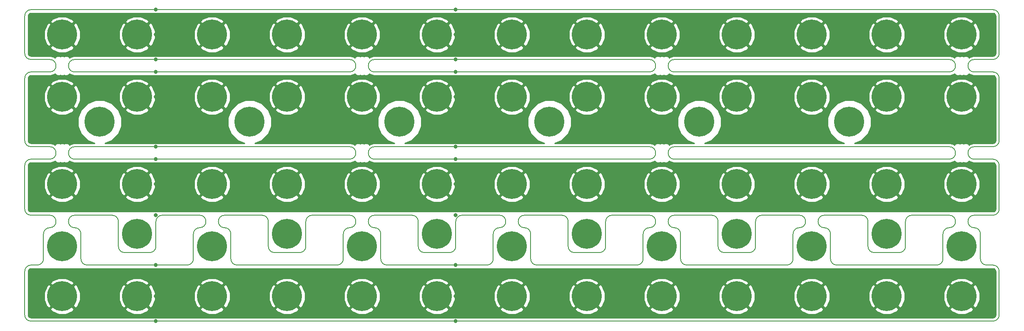
<source format=gbl>
G04 #@! TF.FileFunction,Copper,L2,Bot,Signal*
%FSLAX46Y46*%
G04 Gerber Fmt 4.6, Leading zero omitted, Abs format (unit mm)*
G04 Created by KiCad (PCBNEW 4.0.1-3.201512221401+6198~38~ubuntu15.10.1-stable) date Sun Feb 21 18:20:38 2016*
%MOMM*%
G01*
G04 APERTURE LIST*
%ADD10C,0.101600*%
%ADD11C,0.150000*%
%ADD12C,0.800000*%
%ADD13C,6.096000*%
%ADD14C,0.254000*%
G04 APERTURE END LIST*
D10*
D11*
X0Y10160000D02*
X0Y1270000D01*
X1270000Y11430000D02*
X2540000Y11430000D01*
X1270000Y11430000D02*
G75*
G03X0Y10160000I0J-1270000D01*
G01*
X2540000Y11430000D02*
G75*
G03X3810000Y12700000I0J1270000D01*
G01*
X196850000Y11430000D02*
X195580000Y11430000D01*
X198120000Y10160000D02*
G75*
G03X196850000Y11430000I-1270000J0D01*
G01*
X198120000Y1270000D02*
X198120000Y10160000D01*
X194310000Y12700000D02*
G75*
G03X195580000Y11430000I1270000J0D01*
G01*
X5080000Y50800000D02*
G75*
G03X5080000Y53340000I0J1270000D01*
G01*
X10160000Y53340000D02*
G75*
G03X10160000Y50800000I0J-1270000D01*
G01*
X5080000Y50800000D02*
X1270000Y50800000D01*
X1270000Y53340000D02*
X5080000Y53340000D01*
X5080000Y21590000D02*
X1270000Y21590000D01*
X5080000Y19050000D02*
G75*
G03X5080000Y21590000I0J1270000D01*
G01*
X10160000Y21590000D02*
G75*
G03X10160000Y19050000I0J-1270000D01*
G01*
X10160000Y35560000D02*
G75*
G03X10160000Y33020000I0J-1270000D01*
G01*
X5080000Y33020000D02*
G75*
G03X5080000Y35560000I0J1270000D01*
G01*
X5080000Y33020000D02*
X1270000Y33020000D01*
X1270000Y35560000D02*
X5080000Y35560000D01*
X17780000Y21590000D02*
X10160000Y21590000D01*
X19050000Y20320000D02*
G75*
G03X17780000Y21590000I-1270000J0D01*
G01*
X11430000Y17780000D02*
G75*
G03X10160000Y19050000I-1270000J0D01*
G01*
X11430000Y12700000D02*
X11430000Y17780000D01*
X19050000Y15240000D02*
X19050000Y20320000D01*
X11430000Y12700000D02*
G75*
G03X12700000Y11430000I1270000J0D01*
G01*
X19050000Y15240000D02*
G75*
G03X20320000Y13970000I1270000J0D01*
G01*
X33020000Y11430000D02*
X12700000Y11430000D01*
X25400000Y13970000D02*
X20320000Y13970000D01*
X66040000Y33020000D02*
G75*
G03X66040000Y35560000I0J1270000D01*
G01*
X71120000Y35560000D02*
G75*
G03X71120000Y33020000I0J-1270000D01*
G01*
X127000000Y33020000D02*
G75*
G03X127000000Y35560000I0J1270000D01*
G01*
X132080000Y35560000D02*
G75*
G03X132080000Y33020000I0J-1270000D01*
G01*
X187960000Y33020000D02*
G75*
G03X187960000Y35560000I0J1270000D01*
G01*
X193040000Y35560000D02*
G75*
G03X193040000Y33020000I0J-1270000D01*
G01*
X193040000Y53340000D02*
G75*
G03X193040000Y50800000I0J-1270000D01*
G01*
X187960000Y50800000D02*
G75*
G03X187960000Y53340000I0J1270000D01*
G01*
X132080000Y53340000D02*
G75*
G03X132080000Y50800000I0J-1270000D01*
G01*
X127000000Y50800000D02*
G75*
G03X127000000Y53340000I0J1270000D01*
G01*
X71120000Y53340000D02*
G75*
G03X71120000Y50800000I0J-1270000D01*
G01*
X66040000Y50800000D02*
G75*
G03X66040000Y53340000I0J1270000D01*
G01*
X1270000Y63500000D02*
G75*
G03X0Y62230000I0J-1270000D01*
G01*
X0Y62230000D02*
X0Y54610000D01*
X196850000Y63500000D02*
X1270000Y63500000D01*
X198120000Y62230000D02*
X198120000Y54610000D01*
X198120000Y62230000D02*
G75*
G03X196850000Y63500000I-1270000J0D01*
G01*
X196850000Y53340000D02*
G75*
G03X198120000Y54610000I0J1270000D01*
G01*
X198120000Y49530000D02*
X198120000Y36830000D01*
X196850000Y35560000D02*
G75*
G03X198120000Y36830000I0J1270000D01*
G01*
X198120000Y49530000D02*
G75*
G03X196850000Y50800000I-1270000J0D01*
G01*
X0Y49530000D02*
X0Y36830000D01*
X0Y36830000D02*
G75*
G03X1270000Y35560000I1270000J0D01*
G01*
X0Y54610000D02*
G75*
G03X1270000Y53340000I1270000J0D01*
G01*
X1270000Y50800000D02*
G75*
G03X0Y49530000I0J-1270000D01*
G01*
X193040000Y33020000D02*
X196850000Y33020000D01*
X132080000Y33020000D02*
X187960000Y33020000D01*
X71120000Y33020000D02*
X127000000Y33020000D01*
X10160000Y33020000D02*
X66040000Y33020000D01*
X193040000Y53340000D02*
X196850000Y53340000D01*
X132080000Y53340000D02*
X187960000Y53340000D01*
X71120000Y53340000D02*
X127000000Y53340000D01*
X66040000Y53340000D02*
X10160000Y53340000D01*
X66040000Y35560000D02*
X10160000Y35560000D01*
X127000000Y35560000D02*
X71120000Y35560000D01*
X187960000Y35560000D02*
X132080000Y35560000D01*
X193040000Y35560000D02*
X196850000Y35560000D01*
X193040000Y50800000D02*
X196850000Y50800000D01*
X132080000Y50800000D02*
X187960000Y50800000D01*
X71120000Y50800000D02*
X127000000Y50800000D01*
X10160000Y50800000D02*
X66040000Y50800000D01*
X196850000Y21590000D02*
X193040000Y21590000D01*
X185420000Y11430000D02*
X165100000Y11430000D01*
X186690000Y17780000D02*
X186690000Y12700000D01*
X180340000Y21590000D02*
X187960000Y21590000D01*
X179070000Y15240000D02*
X179070000Y20320000D01*
X172720000Y13970000D02*
X177800000Y13970000D01*
X163830000Y17780000D02*
X163830000Y12700000D01*
X171450000Y20320000D02*
X171450000Y15240000D01*
X162560000Y21590000D02*
X170180000Y21590000D01*
X156210000Y17780000D02*
X156210000Y12700000D01*
X149860000Y21590000D02*
X157480000Y21590000D01*
X148590000Y15240000D02*
X148590000Y20320000D01*
X147320000Y13970000D02*
X142240000Y13970000D01*
X134620000Y11430000D02*
X154940000Y11430000D01*
X140970000Y15240000D02*
X140970000Y20320000D01*
X133350000Y17780000D02*
X133350000Y12700000D01*
X132080000Y21590000D02*
X139700000Y21590000D01*
X119380000Y21590000D02*
X127000000Y21590000D01*
X125730000Y17780000D02*
X125730000Y12700000D01*
X118110000Y15240000D02*
X118110000Y20320000D01*
X124460000Y11430000D02*
X104140000Y11430000D01*
X111760000Y13970000D02*
X116840000Y13970000D01*
X110490000Y15240000D02*
X110490000Y20320000D01*
X102870000Y17780000D02*
X102870000Y12700000D01*
X101600000Y21590000D02*
X109220000Y21590000D01*
X88900000Y21590000D02*
X96520000Y21590000D01*
X95250000Y17780000D02*
X95250000Y12700000D01*
X87630000Y15240000D02*
X87630000Y20320000D01*
X93980000Y11430000D02*
X73660000Y11430000D01*
X81280000Y13970000D02*
X86360000Y13970000D01*
X80010000Y20320000D02*
X80010000Y15240000D01*
X72390000Y17780000D02*
X72390000Y12700000D01*
X71120000Y21590000D02*
X78740000Y21590000D01*
X66040000Y21590000D02*
X58420000Y21590000D01*
X64770000Y17780000D02*
X64770000Y12700000D01*
X57150000Y20320000D02*
X57150000Y15240000D01*
X43180000Y11430000D02*
X63500000Y11430000D01*
X50800000Y13970000D02*
X55880000Y13970000D01*
X41910000Y17780000D02*
X41910000Y12700000D01*
X49530000Y20320000D02*
X49530000Y15240000D01*
X40640000Y21590000D02*
X48260000Y21590000D01*
X27940000Y21590000D02*
X35560000Y21590000D01*
X34290000Y17780000D02*
X34290000Y12700000D01*
X26670000Y20320000D02*
X26670000Y15240000D01*
X3810000Y17780000D02*
X3810000Y12700000D01*
X0Y31750000D02*
X0Y22860000D01*
X194310000Y12700000D02*
X194310000Y17780000D01*
X1270000Y0D02*
X196850000Y0D01*
X198120000Y22860000D02*
X198120000Y31750000D01*
X1270000Y33020000D02*
G75*
G03X0Y31750000I0J-1270000D01*
G01*
X0Y1270000D02*
G75*
G03X1270000Y0I1270000J0D01*
G01*
X5080000Y19050000D02*
G75*
G03X3810000Y17780000I0J-1270000D01*
G01*
X0Y22860000D02*
G75*
G03X1270000Y21590000I1270000J0D01*
G01*
X33020000Y11430000D02*
G75*
G03X34290000Y12700000I0J1270000D01*
G01*
X25400000Y13970000D02*
G75*
G03X26670000Y15240000I0J1270000D01*
G01*
X27940000Y21590000D02*
G75*
G03X26670000Y20320000I0J-1270000D01*
G01*
X35560000Y19050000D02*
G75*
G03X34290000Y17780000I0J-1270000D01*
G01*
X41910000Y12700000D02*
G75*
G03X43180000Y11430000I1270000J0D01*
G01*
X49530000Y15240000D02*
G75*
G03X50800000Y13970000I1270000J0D01*
G01*
X41910000Y17780000D02*
G75*
G03X40640000Y19050000I-1270000J0D01*
G01*
X49530000Y20320000D02*
G75*
G03X48260000Y21590000I-1270000J0D01*
G01*
X63500000Y11430000D02*
G75*
G03X64770000Y12700000I0J1270000D01*
G01*
X55880000Y13970000D02*
G75*
G03X57150000Y15240000I0J1270000D01*
G01*
X58420000Y21590000D02*
G75*
G03X57150000Y20320000I0J-1270000D01*
G01*
X66040000Y19050000D02*
G75*
G03X64770000Y17780000I0J-1270000D01*
G01*
X72390000Y12700000D02*
G75*
G03X73660000Y11430000I1270000J0D01*
G01*
X80010000Y15240000D02*
G75*
G03X81280000Y13970000I1270000J0D01*
G01*
X72390000Y17780000D02*
G75*
G03X71120000Y19050000I-1270000J0D01*
G01*
X80010000Y20320000D02*
G75*
G03X78740000Y21590000I-1270000J0D01*
G01*
X93980000Y11430000D02*
G75*
G03X95250000Y12700000I0J1270000D01*
G01*
X86360000Y13970000D02*
G75*
G03X87630000Y15240000I0J1270000D01*
G01*
X88900000Y21590000D02*
G75*
G03X87630000Y20320000I0J-1270000D01*
G01*
X96520000Y19050000D02*
G75*
G03X95250000Y17780000I0J-1270000D01*
G01*
X102870000Y12700000D02*
G75*
G03X104140000Y11430000I1270000J0D01*
G01*
X110490000Y15240000D02*
G75*
G03X111760000Y13970000I1270000J0D01*
G01*
X102870000Y17780000D02*
G75*
G03X101600000Y19050000I-1270000J0D01*
G01*
X110490000Y20320000D02*
G75*
G03X109220000Y21590000I-1270000J0D01*
G01*
X124460000Y11430000D02*
G75*
G03X125730000Y12700000I0J1270000D01*
G01*
X116840000Y13970000D02*
G75*
G03X118110000Y15240000I0J1270000D01*
G01*
X119380000Y21590000D02*
G75*
G03X118110000Y20320000I0J-1270000D01*
G01*
X127000000Y19050000D02*
G75*
G03X125730000Y17780000I0J-1270000D01*
G01*
X140970000Y20320000D02*
G75*
G03X139700000Y21590000I-1270000J0D01*
G01*
X133350000Y17780000D02*
G75*
G03X132080000Y19050000I-1270000J0D01*
G01*
X133350000Y12700000D02*
G75*
G03X134620000Y11430000I1270000J0D01*
G01*
X140970000Y15240000D02*
G75*
G03X142240000Y13970000I1270000J0D01*
G01*
X154940000Y11430000D02*
G75*
G03X156210000Y12700000I0J1270000D01*
G01*
X147320000Y13970000D02*
G75*
G03X148590000Y15240000I0J1270000D01*
G01*
X149860000Y21590000D02*
G75*
G03X148590000Y20320000I0J-1270000D01*
G01*
X157480000Y19050000D02*
G75*
G03X156210000Y17780000I0J-1270000D01*
G01*
X171450000Y20320000D02*
G75*
G03X170180000Y21590000I-1270000J0D01*
G01*
X163830000Y17780000D02*
G75*
G03X162560000Y19050000I-1270000J0D01*
G01*
X163830000Y12700000D02*
G75*
G03X165100000Y11430000I1270000J0D01*
G01*
X171450000Y15240000D02*
G75*
G03X172720000Y13970000I1270000J0D01*
G01*
X177800000Y13970000D02*
G75*
G03X179070000Y15240000I0J1270000D01*
G01*
X185420000Y11430000D02*
G75*
G03X186690000Y12700000I0J1270000D01*
G01*
X198120000Y31750000D02*
G75*
G03X196850000Y33020000I-1270000J0D01*
G01*
X196850000Y0D02*
G75*
G03X198120000Y1270000I0J1270000D01*
G01*
X194310000Y17780000D02*
G75*
G03X193040000Y19050000I-1270000J0D01*
G01*
X196850000Y21590000D02*
G75*
G03X198120000Y22860000I0J1270000D01*
G01*
X180340000Y21590000D02*
G75*
G03X179070000Y20320000I0J-1270000D01*
G01*
X187960000Y19050000D02*
G75*
G03X186690000Y17780000I0J-1270000D01*
G01*
X35560000Y19050000D02*
G75*
G03X35560000Y21590000I0J1270000D01*
G01*
X40640000Y21590000D02*
G75*
G03X40640000Y19050000I0J-1270000D01*
G01*
X66040000Y19050000D02*
G75*
G03X66040000Y21590000I0J1270000D01*
G01*
X71120000Y21590000D02*
G75*
G03X71120000Y19050000I0J-1270000D01*
G01*
X96520000Y19050000D02*
G75*
G03X96520000Y21590000I0J1270000D01*
G01*
X101600000Y21590000D02*
G75*
G03X101600000Y19050000I0J-1270000D01*
G01*
X127000000Y19050000D02*
G75*
G03X127000000Y21590000I0J1270000D01*
G01*
X132080000Y21590000D02*
G75*
G03X132080000Y19050000I0J-1270000D01*
G01*
X157480000Y19050000D02*
G75*
G03X157480000Y21590000I0J1270000D01*
G01*
X162560000Y21590000D02*
G75*
G03X162560000Y19050000I0J-1270000D01*
G01*
X193040000Y21590000D02*
G75*
G03X193040000Y19050000I0J-1270000D01*
G01*
X187960000Y19050000D02*
G75*
G03X187960000Y21590000I0J1270000D01*
G01*
D12*
X26670000Y53340000D03*
X26670000Y54610000D03*
X26670000Y55880000D03*
X26670000Y57150000D03*
X26670000Y58420000D03*
X26670000Y59690000D03*
X26670000Y60960000D03*
X26670000Y62230000D03*
X26670000Y35560000D03*
X26670000Y36830000D03*
X26670000Y38100000D03*
X26670000Y39370000D03*
X26670000Y40640000D03*
X26670000Y41910000D03*
X26670000Y43180000D03*
X26670000Y44450000D03*
X26670000Y45720000D03*
X26670000Y46990000D03*
X26670000Y48260000D03*
X26670000Y49530000D03*
X26670000Y21590000D03*
X26670000Y22860000D03*
X26670000Y24130000D03*
X26670000Y25400000D03*
X26670000Y26670000D03*
X26670000Y27940000D03*
X26670000Y29210000D03*
X26670000Y30480000D03*
X26670000Y31750000D03*
X26670000Y0D03*
X26670000Y1270000D03*
X26670000Y2540000D03*
X26670000Y3810000D03*
X26670000Y5080000D03*
X26670000Y6350000D03*
X26670000Y7620000D03*
X26670000Y8890000D03*
X26670000Y10160000D03*
X87630000Y0D03*
X87630000Y1270000D03*
X87630000Y2540000D03*
X87630000Y3810000D03*
X87630000Y5080000D03*
X87630000Y6350000D03*
X87630000Y7620000D03*
X87630000Y8890000D03*
X87630000Y10160000D03*
X87630000Y21590000D03*
X87630000Y22860000D03*
X87630000Y24130000D03*
X87630000Y25400000D03*
X87630000Y26670000D03*
X87630000Y27940000D03*
X87630000Y29210000D03*
X87630000Y30480000D03*
X87630000Y31750000D03*
X87630000Y35560000D03*
X87630000Y36830000D03*
X87630000Y38100000D03*
X87630000Y39370000D03*
X87630000Y40640000D03*
X87630000Y41910000D03*
X87630000Y43180000D03*
X87630000Y44450000D03*
X87630000Y45720000D03*
X87630000Y46990000D03*
X87630000Y48260000D03*
X87630000Y49530000D03*
X87630000Y53340000D03*
X87630000Y54610000D03*
X87630000Y55880000D03*
X87630000Y57150000D03*
X87630000Y58420000D03*
X87630000Y59690000D03*
X87630000Y60960000D03*
X87630000Y62230000D03*
X26670000Y63500000D03*
X26670000Y50800000D03*
X26670000Y33020000D03*
X26670000Y11430000D03*
X87630000Y11430000D03*
X87630000Y33020000D03*
X87630000Y50800000D03*
X87630000Y63500000D03*
D13*
X7620000Y5080000D03*
X7620000Y15240000D03*
X7620000Y27940000D03*
X7620000Y45720000D03*
X7620000Y58420000D03*
X38100000Y15240000D03*
X68580000Y15240000D03*
X99060000Y15240000D03*
X129540000Y15240000D03*
X160020000Y15240000D03*
X190500000Y15240000D03*
X22860000Y5080000D03*
X38100000Y5080000D03*
X53340000Y5080000D03*
X68580000Y5080000D03*
X83820000Y5080000D03*
X99060000Y5080000D03*
X114300000Y5080000D03*
X129540000Y5080000D03*
X144780000Y5080000D03*
X160020000Y5080000D03*
X175260000Y5080000D03*
X190500000Y5080000D03*
X22860000Y58420000D03*
X53340000Y58420000D03*
X83820000Y58420000D03*
X114300000Y58420000D03*
X144780000Y58420000D03*
X175260000Y58420000D03*
X38100000Y58420000D03*
X68580000Y58420000D03*
X99060000Y58420000D03*
X129540000Y58420000D03*
X160020000Y58420000D03*
X190500000Y58420000D03*
X22860000Y45720000D03*
X38100000Y45720000D03*
X53340000Y45720000D03*
X68580000Y45720000D03*
X83820000Y45720000D03*
X99060000Y45720000D03*
X114300000Y45720000D03*
X129540000Y45720000D03*
X144780000Y45720000D03*
X160020000Y45720000D03*
X175260000Y45720000D03*
X190500000Y45720000D03*
X15240000Y40640000D03*
X45720000Y40640000D03*
X76200000Y40640000D03*
X106680000Y40640000D03*
X137160000Y40640000D03*
X167640000Y40640000D03*
X22860000Y27940000D03*
X38100000Y27940000D03*
X53340000Y27940000D03*
X68580000Y27940000D03*
X83820000Y27940000D03*
X99060000Y27940000D03*
X114300000Y27940000D03*
X129540000Y27940000D03*
X144780000Y27940000D03*
X160020000Y27940000D03*
X175260000Y27940000D03*
X190500000Y27940000D03*
X22860000Y17780000D03*
X53340000Y17780000D03*
X83820000Y17780000D03*
X114300000Y17780000D03*
X144780000Y17780000D03*
X175260000Y17780000D03*
D14*
G36*
X197058979Y62734522D02*
X197236145Y62616144D01*
X197354521Y62438981D01*
X197410000Y62160069D01*
X197410000Y54679931D01*
X197354521Y54401019D01*
X197236145Y54223856D01*
X197058979Y54105478D01*
X196780070Y54050000D01*
X193040000Y54050000D01*
X192971413Y54036357D01*
X192901485Y54036357D01*
X192415478Y53939685D01*
X192319671Y53900000D01*
X192159537Y53833671D01*
X191996633Y53724822D01*
X191801967Y53919829D01*
X191476810Y54054846D01*
X191124735Y54055153D01*
X190899849Y53962232D01*
X190676810Y54054846D01*
X190324735Y54055153D01*
X190099849Y53962232D01*
X189876810Y54054846D01*
X189524735Y54055153D01*
X189199343Y53920704D01*
X189003218Y53724921D01*
X188840462Y53833671D01*
X188734448Y53877583D01*
X188584522Y53939685D01*
X188098514Y54036358D01*
X188028584Y54036358D01*
X187960000Y54050000D01*
X132080000Y54050000D01*
X132011413Y54036357D01*
X131941485Y54036357D01*
X131455478Y53939685D01*
X131359671Y53900000D01*
X131199537Y53833671D01*
X131036633Y53724822D01*
X130841967Y53919829D01*
X130516810Y54054846D01*
X130164735Y54055153D01*
X129939849Y53962232D01*
X129716810Y54054846D01*
X129364735Y54055153D01*
X129139849Y53962232D01*
X128916810Y54054846D01*
X128564735Y54055153D01*
X128239343Y53920704D01*
X128043218Y53724921D01*
X127880462Y53833671D01*
X127774448Y53877583D01*
X127624522Y53939685D01*
X127138514Y54036358D01*
X127068584Y54036358D01*
X127000000Y54050000D01*
X71120000Y54050000D01*
X71051413Y54036357D01*
X70981485Y54036357D01*
X70495478Y53939685D01*
X70399671Y53900000D01*
X70239537Y53833671D01*
X70076633Y53724822D01*
X69881967Y53919829D01*
X69556810Y54054846D01*
X69204735Y54055153D01*
X68979849Y53962232D01*
X68756810Y54054846D01*
X68404735Y54055153D01*
X68179849Y53962232D01*
X67956810Y54054846D01*
X67604735Y54055153D01*
X67279343Y53920704D01*
X67083218Y53724921D01*
X66920462Y53833671D01*
X66814448Y53877583D01*
X66664522Y53939685D01*
X66178514Y54036358D01*
X66108584Y54036358D01*
X66040000Y54050000D01*
X10160000Y54050000D01*
X10091413Y54036357D01*
X10021485Y54036357D01*
X9535478Y53939685D01*
X9439671Y53900000D01*
X9279537Y53833671D01*
X9116633Y53724822D01*
X8921967Y53919829D01*
X8596810Y54054846D01*
X8244735Y54055153D01*
X8019849Y53962232D01*
X7796810Y54054846D01*
X7444735Y54055153D01*
X7219849Y53962232D01*
X6996810Y54054846D01*
X6644735Y54055153D01*
X6319343Y53920704D01*
X6123218Y53724921D01*
X5960462Y53833671D01*
X5854448Y53877583D01*
X5704522Y53939685D01*
X5218514Y54036358D01*
X5148584Y54036358D01*
X5080000Y54050000D01*
X1339931Y54050000D01*
X1061019Y54105479D01*
X883856Y54223855D01*
X765478Y54401021D01*
X710000Y54679930D01*
X710000Y55788742D01*
X5168347Y55788742D01*
X5516784Y55309106D01*
X6867370Y54741042D01*
X8332537Y54733067D01*
X9689226Y55286394D01*
X9723216Y55309106D01*
X10071653Y55788742D01*
X20408347Y55788742D01*
X20756784Y55309106D01*
X22107370Y54741042D01*
X23572537Y54733067D01*
X24929226Y55286394D01*
X24963216Y55309106D01*
X25311653Y55788742D01*
X35648347Y55788742D01*
X35996784Y55309106D01*
X37347370Y54741042D01*
X38812537Y54733067D01*
X40169226Y55286394D01*
X40203216Y55309106D01*
X40551653Y55788742D01*
X50888347Y55788742D01*
X51236784Y55309106D01*
X52587370Y54741042D01*
X54052537Y54733067D01*
X55409226Y55286394D01*
X55443216Y55309106D01*
X55791653Y55788742D01*
X66128347Y55788742D01*
X66476784Y55309106D01*
X67827370Y54741042D01*
X69292537Y54733067D01*
X70649226Y55286394D01*
X70683216Y55309106D01*
X71031653Y55788742D01*
X81368347Y55788742D01*
X81716784Y55309106D01*
X83067370Y54741042D01*
X84532537Y54733067D01*
X85889226Y55286394D01*
X85923216Y55309106D01*
X86271653Y55788742D01*
X96608347Y55788742D01*
X96956784Y55309106D01*
X98307370Y54741042D01*
X99772537Y54733067D01*
X101129226Y55286394D01*
X101163216Y55309106D01*
X101511653Y55788742D01*
X111848347Y55788742D01*
X112196784Y55309106D01*
X113547370Y54741042D01*
X115012537Y54733067D01*
X116369226Y55286394D01*
X116403216Y55309106D01*
X116751653Y55788742D01*
X127088347Y55788742D01*
X127436784Y55309106D01*
X128787370Y54741042D01*
X130252537Y54733067D01*
X131609226Y55286394D01*
X131643216Y55309106D01*
X131991653Y55788742D01*
X142328347Y55788742D01*
X142676784Y55309106D01*
X144027370Y54741042D01*
X145492537Y54733067D01*
X146849226Y55286394D01*
X146883216Y55309106D01*
X147231653Y55788742D01*
X157568347Y55788742D01*
X157916784Y55309106D01*
X159267370Y54741042D01*
X160732537Y54733067D01*
X162089226Y55286394D01*
X162123216Y55309106D01*
X162471653Y55788742D01*
X172808347Y55788742D01*
X173156784Y55309106D01*
X174507370Y54741042D01*
X175972537Y54733067D01*
X177329226Y55286394D01*
X177363216Y55309106D01*
X177711653Y55788742D01*
X188048347Y55788742D01*
X188396784Y55309106D01*
X189747370Y54741042D01*
X191212537Y54733067D01*
X192569226Y55286394D01*
X192603216Y55309106D01*
X192951653Y55788742D01*
X190500000Y58240395D01*
X188048347Y55788742D01*
X177711653Y55788742D01*
X175260000Y58240395D01*
X172808347Y55788742D01*
X162471653Y55788742D01*
X160020000Y58240395D01*
X157568347Y55788742D01*
X147231653Y55788742D01*
X144780000Y58240395D01*
X142328347Y55788742D01*
X131991653Y55788742D01*
X129540000Y58240395D01*
X127088347Y55788742D01*
X116751653Y55788742D01*
X114300000Y58240395D01*
X111848347Y55788742D01*
X101511653Y55788742D01*
X99060000Y58240395D01*
X96608347Y55788742D01*
X86271653Y55788742D01*
X83820000Y58240395D01*
X81368347Y55788742D01*
X71031653Y55788742D01*
X68580000Y58240395D01*
X66128347Y55788742D01*
X55791653Y55788742D01*
X53340000Y58240395D01*
X50888347Y55788742D01*
X40551653Y55788742D01*
X38100000Y58240395D01*
X35648347Y55788742D01*
X25311653Y55788742D01*
X22860000Y58240395D01*
X20408347Y55788742D01*
X10071653Y55788742D01*
X7620000Y58240395D01*
X5168347Y55788742D01*
X710000Y55788742D01*
X710000Y57707463D01*
X3933067Y57707463D01*
X4486394Y56350774D01*
X4509106Y56316784D01*
X4988742Y55968347D01*
X7440395Y58420000D01*
X7799605Y58420000D01*
X10251258Y55968347D01*
X10730894Y56316784D01*
X11298958Y57667370D01*
X11299176Y57707463D01*
X19173067Y57707463D01*
X19726394Y56350774D01*
X19749106Y56316784D01*
X20228742Y55968347D01*
X22680395Y58420000D01*
X23039605Y58420000D01*
X25491258Y55968347D01*
X25970894Y56316784D01*
X26538958Y57667370D01*
X26539176Y57707463D01*
X34413067Y57707463D01*
X34966394Y56350774D01*
X34989106Y56316784D01*
X35468742Y55968347D01*
X37920395Y58420000D01*
X38279605Y58420000D01*
X40731258Y55968347D01*
X41210894Y56316784D01*
X41778958Y57667370D01*
X41779176Y57707463D01*
X49653067Y57707463D01*
X50206394Y56350774D01*
X50229106Y56316784D01*
X50708742Y55968347D01*
X53160395Y58420000D01*
X53519605Y58420000D01*
X55971258Y55968347D01*
X56450894Y56316784D01*
X57018958Y57667370D01*
X57019176Y57707463D01*
X64893067Y57707463D01*
X65446394Y56350774D01*
X65469106Y56316784D01*
X65948742Y55968347D01*
X68400395Y58420000D01*
X68759605Y58420000D01*
X71211258Y55968347D01*
X71690894Y56316784D01*
X72258958Y57667370D01*
X72259176Y57707463D01*
X80133067Y57707463D01*
X80686394Y56350774D01*
X80709106Y56316784D01*
X81188742Y55968347D01*
X83640395Y58420000D01*
X83999605Y58420000D01*
X86451258Y55968347D01*
X86930894Y56316784D01*
X87498958Y57667370D01*
X87499176Y57707463D01*
X95373067Y57707463D01*
X95926394Y56350774D01*
X95949106Y56316784D01*
X96428742Y55968347D01*
X98880395Y58420000D01*
X99239605Y58420000D01*
X101691258Y55968347D01*
X102170894Y56316784D01*
X102738958Y57667370D01*
X102739176Y57707463D01*
X110613067Y57707463D01*
X111166394Y56350774D01*
X111189106Y56316784D01*
X111668742Y55968347D01*
X114120395Y58420000D01*
X114479605Y58420000D01*
X116931258Y55968347D01*
X117410894Y56316784D01*
X117978958Y57667370D01*
X117979176Y57707463D01*
X125853067Y57707463D01*
X126406394Y56350774D01*
X126429106Y56316784D01*
X126908742Y55968347D01*
X129360395Y58420000D01*
X129719605Y58420000D01*
X132171258Y55968347D01*
X132650894Y56316784D01*
X133218958Y57667370D01*
X133219176Y57707463D01*
X141093067Y57707463D01*
X141646394Y56350774D01*
X141669106Y56316784D01*
X142148742Y55968347D01*
X144600395Y58420000D01*
X144959605Y58420000D01*
X147411258Y55968347D01*
X147890894Y56316784D01*
X148458958Y57667370D01*
X148459176Y57707463D01*
X156333067Y57707463D01*
X156886394Y56350774D01*
X156909106Y56316784D01*
X157388742Y55968347D01*
X159840395Y58420000D01*
X160199605Y58420000D01*
X162651258Y55968347D01*
X163130894Y56316784D01*
X163698958Y57667370D01*
X163699176Y57707463D01*
X171573067Y57707463D01*
X172126394Y56350774D01*
X172149106Y56316784D01*
X172628742Y55968347D01*
X175080395Y58420000D01*
X175439605Y58420000D01*
X177891258Y55968347D01*
X178370894Y56316784D01*
X178938958Y57667370D01*
X178939176Y57707463D01*
X186813067Y57707463D01*
X187366394Y56350774D01*
X187389106Y56316784D01*
X187868742Y55968347D01*
X190320395Y58420000D01*
X190679605Y58420000D01*
X193131258Y55968347D01*
X193610894Y56316784D01*
X194178958Y57667370D01*
X194186933Y59132537D01*
X193633606Y60489226D01*
X193610894Y60523216D01*
X193131258Y60871653D01*
X190679605Y58420000D01*
X190320395Y58420000D01*
X187868742Y60871653D01*
X187389106Y60523216D01*
X186821042Y59172630D01*
X186813067Y57707463D01*
X178939176Y57707463D01*
X178946933Y59132537D01*
X178393606Y60489226D01*
X178370894Y60523216D01*
X177891258Y60871653D01*
X175439605Y58420000D01*
X175080395Y58420000D01*
X172628742Y60871653D01*
X172149106Y60523216D01*
X171581042Y59172630D01*
X171573067Y57707463D01*
X163699176Y57707463D01*
X163706933Y59132537D01*
X163153606Y60489226D01*
X163130894Y60523216D01*
X162651258Y60871653D01*
X160199605Y58420000D01*
X159840395Y58420000D01*
X157388742Y60871653D01*
X156909106Y60523216D01*
X156341042Y59172630D01*
X156333067Y57707463D01*
X148459176Y57707463D01*
X148466933Y59132537D01*
X147913606Y60489226D01*
X147890894Y60523216D01*
X147411258Y60871653D01*
X144959605Y58420000D01*
X144600395Y58420000D01*
X142148742Y60871653D01*
X141669106Y60523216D01*
X141101042Y59172630D01*
X141093067Y57707463D01*
X133219176Y57707463D01*
X133226933Y59132537D01*
X132673606Y60489226D01*
X132650894Y60523216D01*
X132171258Y60871653D01*
X129719605Y58420000D01*
X129360395Y58420000D01*
X126908742Y60871653D01*
X126429106Y60523216D01*
X125861042Y59172630D01*
X125853067Y57707463D01*
X117979176Y57707463D01*
X117986933Y59132537D01*
X117433606Y60489226D01*
X117410894Y60523216D01*
X116931258Y60871653D01*
X114479605Y58420000D01*
X114120395Y58420000D01*
X111668742Y60871653D01*
X111189106Y60523216D01*
X110621042Y59172630D01*
X110613067Y57707463D01*
X102739176Y57707463D01*
X102746933Y59132537D01*
X102193606Y60489226D01*
X102170894Y60523216D01*
X101691258Y60871653D01*
X99239605Y58420000D01*
X98880395Y58420000D01*
X96428742Y60871653D01*
X95949106Y60523216D01*
X95381042Y59172630D01*
X95373067Y57707463D01*
X87499176Y57707463D01*
X87506933Y59132537D01*
X86953606Y60489226D01*
X86930894Y60523216D01*
X86451258Y60871653D01*
X83999605Y58420000D01*
X83640395Y58420000D01*
X81188742Y60871653D01*
X80709106Y60523216D01*
X80141042Y59172630D01*
X80133067Y57707463D01*
X72259176Y57707463D01*
X72266933Y59132537D01*
X71713606Y60489226D01*
X71690894Y60523216D01*
X71211258Y60871653D01*
X68759605Y58420000D01*
X68400395Y58420000D01*
X65948742Y60871653D01*
X65469106Y60523216D01*
X64901042Y59172630D01*
X64893067Y57707463D01*
X57019176Y57707463D01*
X57026933Y59132537D01*
X56473606Y60489226D01*
X56450894Y60523216D01*
X55971258Y60871653D01*
X53519605Y58420000D01*
X53160395Y58420000D01*
X50708742Y60871653D01*
X50229106Y60523216D01*
X49661042Y59172630D01*
X49653067Y57707463D01*
X41779176Y57707463D01*
X41786933Y59132537D01*
X41233606Y60489226D01*
X41210894Y60523216D01*
X40731258Y60871653D01*
X38279605Y58420000D01*
X37920395Y58420000D01*
X35468742Y60871653D01*
X34989106Y60523216D01*
X34421042Y59172630D01*
X34413067Y57707463D01*
X26539176Y57707463D01*
X26546933Y59132537D01*
X25993606Y60489226D01*
X25970894Y60523216D01*
X25491258Y60871653D01*
X23039605Y58420000D01*
X22680395Y58420000D01*
X20228742Y60871653D01*
X19749106Y60523216D01*
X19181042Y59172630D01*
X19173067Y57707463D01*
X11299176Y57707463D01*
X11306933Y59132537D01*
X10753606Y60489226D01*
X10730894Y60523216D01*
X10251258Y60871653D01*
X7799605Y58420000D01*
X7440395Y58420000D01*
X4988742Y60871653D01*
X4509106Y60523216D01*
X3941042Y59172630D01*
X3933067Y57707463D01*
X710000Y57707463D01*
X710000Y61051258D01*
X5168347Y61051258D01*
X7620000Y58599605D01*
X10071653Y61051258D01*
X20408347Y61051258D01*
X22860000Y58599605D01*
X25311653Y61051258D01*
X35648347Y61051258D01*
X38100000Y58599605D01*
X40551653Y61051258D01*
X50888347Y61051258D01*
X53340000Y58599605D01*
X55791653Y61051258D01*
X66128347Y61051258D01*
X68580000Y58599605D01*
X71031653Y61051258D01*
X81368347Y61051258D01*
X83820000Y58599605D01*
X86271653Y61051258D01*
X96608347Y61051258D01*
X99060000Y58599605D01*
X101511653Y61051258D01*
X111848347Y61051258D01*
X114300000Y58599605D01*
X116751653Y61051258D01*
X127088347Y61051258D01*
X129540000Y58599605D01*
X131991653Y61051258D01*
X142328347Y61051258D01*
X144780000Y58599605D01*
X147231653Y61051258D01*
X157568347Y61051258D01*
X160020000Y58599605D01*
X162471653Y61051258D01*
X172808347Y61051258D01*
X175260000Y58599605D01*
X177711653Y61051258D01*
X188048347Y61051258D01*
X190500000Y58599605D01*
X192951653Y61051258D01*
X192603216Y61530894D01*
X191252630Y62098958D01*
X189787463Y62106933D01*
X188430774Y61553606D01*
X188396784Y61530894D01*
X188048347Y61051258D01*
X177711653Y61051258D01*
X177363216Y61530894D01*
X176012630Y62098958D01*
X174547463Y62106933D01*
X173190774Y61553606D01*
X173156784Y61530894D01*
X172808347Y61051258D01*
X162471653Y61051258D01*
X162123216Y61530894D01*
X160772630Y62098958D01*
X159307463Y62106933D01*
X157950774Y61553606D01*
X157916784Y61530894D01*
X157568347Y61051258D01*
X147231653Y61051258D01*
X146883216Y61530894D01*
X145532630Y62098958D01*
X144067463Y62106933D01*
X142710774Y61553606D01*
X142676784Y61530894D01*
X142328347Y61051258D01*
X131991653Y61051258D01*
X131643216Y61530894D01*
X130292630Y62098958D01*
X128827463Y62106933D01*
X127470774Y61553606D01*
X127436784Y61530894D01*
X127088347Y61051258D01*
X116751653Y61051258D01*
X116403216Y61530894D01*
X115052630Y62098958D01*
X113587463Y62106933D01*
X112230774Y61553606D01*
X112196784Y61530894D01*
X111848347Y61051258D01*
X101511653Y61051258D01*
X101163216Y61530894D01*
X99812630Y62098958D01*
X98347463Y62106933D01*
X96990774Y61553606D01*
X96956784Y61530894D01*
X96608347Y61051258D01*
X86271653Y61051258D01*
X85923216Y61530894D01*
X84572630Y62098958D01*
X83107463Y62106933D01*
X81750774Y61553606D01*
X81716784Y61530894D01*
X81368347Y61051258D01*
X71031653Y61051258D01*
X70683216Y61530894D01*
X69332630Y62098958D01*
X67867463Y62106933D01*
X66510774Y61553606D01*
X66476784Y61530894D01*
X66128347Y61051258D01*
X55791653Y61051258D01*
X55443216Y61530894D01*
X54092630Y62098958D01*
X52627463Y62106933D01*
X51270774Y61553606D01*
X51236784Y61530894D01*
X50888347Y61051258D01*
X40551653Y61051258D01*
X40203216Y61530894D01*
X38852630Y62098958D01*
X37387463Y62106933D01*
X36030774Y61553606D01*
X35996784Y61530894D01*
X35648347Y61051258D01*
X25311653Y61051258D01*
X24963216Y61530894D01*
X23612630Y62098958D01*
X22147463Y62106933D01*
X20790774Y61553606D01*
X20756784Y61530894D01*
X20408347Y61051258D01*
X10071653Y61051258D01*
X9723216Y61530894D01*
X8372630Y62098958D01*
X6907463Y62106933D01*
X5550774Y61553606D01*
X5516784Y61530894D01*
X5168347Y61051258D01*
X710000Y61051258D01*
X710000Y62160070D01*
X765478Y62438979D01*
X883856Y62616145D01*
X1061019Y62734521D01*
X1339931Y62790000D01*
X196780070Y62790000D01*
X197058979Y62734522D01*
X197058979Y62734522D01*
G37*
X197058979Y62734522D02*
X197236145Y62616144D01*
X197354521Y62438981D01*
X197410000Y62160069D01*
X197410000Y54679931D01*
X197354521Y54401019D01*
X197236145Y54223856D01*
X197058979Y54105478D01*
X196780070Y54050000D01*
X193040000Y54050000D01*
X192971413Y54036357D01*
X192901485Y54036357D01*
X192415478Y53939685D01*
X192319671Y53900000D01*
X192159537Y53833671D01*
X191996633Y53724822D01*
X191801967Y53919829D01*
X191476810Y54054846D01*
X191124735Y54055153D01*
X190899849Y53962232D01*
X190676810Y54054846D01*
X190324735Y54055153D01*
X190099849Y53962232D01*
X189876810Y54054846D01*
X189524735Y54055153D01*
X189199343Y53920704D01*
X189003218Y53724921D01*
X188840462Y53833671D01*
X188734448Y53877583D01*
X188584522Y53939685D01*
X188098514Y54036358D01*
X188028584Y54036358D01*
X187960000Y54050000D01*
X132080000Y54050000D01*
X132011413Y54036357D01*
X131941485Y54036357D01*
X131455478Y53939685D01*
X131359671Y53900000D01*
X131199537Y53833671D01*
X131036633Y53724822D01*
X130841967Y53919829D01*
X130516810Y54054846D01*
X130164735Y54055153D01*
X129939849Y53962232D01*
X129716810Y54054846D01*
X129364735Y54055153D01*
X129139849Y53962232D01*
X128916810Y54054846D01*
X128564735Y54055153D01*
X128239343Y53920704D01*
X128043218Y53724921D01*
X127880462Y53833671D01*
X127774448Y53877583D01*
X127624522Y53939685D01*
X127138514Y54036358D01*
X127068584Y54036358D01*
X127000000Y54050000D01*
X71120000Y54050000D01*
X71051413Y54036357D01*
X70981485Y54036357D01*
X70495478Y53939685D01*
X70399671Y53900000D01*
X70239537Y53833671D01*
X70076633Y53724822D01*
X69881967Y53919829D01*
X69556810Y54054846D01*
X69204735Y54055153D01*
X68979849Y53962232D01*
X68756810Y54054846D01*
X68404735Y54055153D01*
X68179849Y53962232D01*
X67956810Y54054846D01*
X67604735Y54055153D01*
X67279343Y53920704D01*
X67083218Y53724921D01*
X66920462Y53833671D01*
X66814448Y53877583D01*
X66664522Y53939685D01*
X66178514Y54036358D01*
X66108584Y54036358D01*
X66040000Y54050000D01*
X10160000Y54050000D01*
X10091413Y54036357D01*
X10021485Y54036357D01*
X9535478Y53939685D01*
X9439671Y53900000D01*
X9279537Y53833671D01*
X9116633Y53724822D01*
X8921967Y53919829D01*
X8596810Y54054846D01*
X8244735Y54055153D01*
X8019849Y53962232D01*
X7796810Y54054846D01*
X7444735Y54055153D01*
X7219849Y53962232D01*
X6996810Y54054846D01*
X6644735Y54055153D01*
X6319343Y53920704D01*
X6123218Y53724921D01*
X5960462Y53833671D01*
X5854448Y53877583D01*
X5704522Y53939685D01*
X5218514Y54036358D01*
X5148584Y54036358D01*
X5080000Y54050000D01*
X1339931Y54050000D01*
X1061019Y54105479D01*
X883856Y54223855D01*
X765478Y54401021D01*
X710000Y54679930D01*
X710000Y55788742D01*
X5168347Y55788742D01*
X5516784Y55309106D01*
X6867370Y54741042D01*
X8332537Y54733067D01*
X9689226Y55286394D01*
X9723216Y55309106D01*
X10071653Y55788742D01*
X20408347Y55788742D01*
X20756784Y55309106D01*
X22107370Y54741042D01*
X23572537Y54733067D01*
X24929226Y55286394D01*
X24963216Y55309106D01*
X25311653Y55788742D01*
X35648347Y55788742D01*
X35996784Y55309106D01*
X37347370Y54741042D01*
X38812537Y54733067D01*
X40169226Y55286394D01*
X40203216Y55309106D01*
X40551653Y55788742D01*
X50888347Y55788742D01*
X51236784Y55309106D01*
X52587370Y54741042D01*
X54052537Y54733067D01*
X55409226Y55286394D01*
X55443216Y55309106D01*
X55791653Y55788742D01*
X66128347Y55788742D01*
X66476784Y55309106D01*
X67827370Y54741042D01*
X69292537Y54733067D01*
X70649226Y55286394D01*
X70683216Y55309106D01*
X71031653Y55788742D01*
X81368347Y55788742D01*
X81716784Y55309106D01*
X83067370Y54741042D01*
X84532537Y54733067D01*
X85889226Y55286394D01*
X85923216Y55309106D01*
X86271653Y55788742D01*
X96608347Y55788742D01*
X96956784Y55309106D01*
X98307370Y54741042D01*
X99772537Y54733067D01*
X101129226Y55286394D01*
X101163216Y55309106D01*
X101511653Y55788742D01*
X111848347Y55788742D01*
X112196784Y55309106D01*
X113547370Y54741042D01*
X115012537Y54733067D01*
X116369226Y55286394D01*
X116403216Y55309106D01*
X116751653Y55788742D01*
X127088347Y55788742D01*
X127436784Y55309106D01*
X128787370Y54741042D01*
X130252537Y54733067D01*
X131609226Y55286394D01*
X131643216Y55309106D01*
X131991653Y55788742D01*
X142328347Y55788742D01*
X142676784Y55309106D01*
X144027370Y54741042D01*
X145492537Y54733067D01*
X146849226Y55286394D01*
X146883216Y55309106D01*
X147231653Y55788742D01*
X157568347Y55788742D01*
X157916784Y55309106D01*
X159267370Y54741042D01*
X160732537Y54733067D01*
X162089226Y55286394D01*
X162123216Y55309106D01*
X162471653Y55788742D01*
X172808347Y55788742D01*
X173156784Y55309106D01*
X174507370Y54741042D01*
X175972537Y54733067D01*
X177329226Y55286394D01*
X177363216Y55309106D01*
X177711653Y55788742D01*
X188048347Y55788742D01*
X188396784Y55309106D01*
X189747370Y54741042D01*
X191212537Y54733067D01*
X192569226Y55286394D01*
X192603216Y55309106D01*
X192951653Y55788742D01*
X190500000Y58240395D01*
X188048347Y55788742D01*
X177711653Y55788742D01*
X175260000Y58240395D01*
X172808347Y55788742D01*
X162471653Y55788742D01*
X160020000Y58240395D01*
X157568347Y55788742D01*
X147231653Y55788742D01*
X144780000Y58240395D01*
X142328347Y55788742D01*
X131991653Y55788742D01*
X129540000Y58240395D01*
X127088347Y55788742D01*
X116751653Y55788742D01*
X114300000Y58240395D01*
X111848347Y55788742D01*
X101511653Y55788742D01*
X99060000Y58240395D01*
X96608347Y55788742D01*
X86271653Y55788742D01*
X83820000Y58240395D01*
X81368347Y55788742D01*
X71031653Y55788742D01*
X68580000Y58240395D01*
X66128347Y55788742D01*
X55791653Y55788742D01*
X53340000Y58240395D01*
X50888347Y55788742D01*
X40551653Y55788742D01*
X38100000Y58240395D01*
X35648347Y55788742D01*
X25311653Y55788742D01*
X22860000Y58240395D01*
X20408347Y55788742D01*
X10071653Y55788742D01*
X7620000Y58240395D01*
X5168347Y55788742D01*
X710000Y55788742D01*
X710000Y57707463D01*
X3933067Y57707463D01*
X4486394Y56350774D01*
X4509106Y56316784D01*
X4988742Y55968347D01*
X7440395Y58420000D01*
X7799605Y58420000D01*
X10251258Y55968347D01*
X10730894Y56316784D01*
X11298958Y57667370D01*
X11299176Y57707463D01*
X19173067Y57707463D01*
X19726394Y56350774D01*
X19749106Y56316784D01*
X20228742Y55968347D01*
X22680395Y58420000D01*
X23039605Y58420000D01*
X25491258Y55968347D01*
X25970894Y56316784D01*
X26538958Y57667370D01*
X26539176Y57707463D01*
X34413067Y57707463D01*
X34966394Y56350774D01*
X34989106Y56316784D01*
X35468742Y55968347D01*
X37920395Y58420000D01*
X38279605Y58420000D01*
X40731258Y55968347D01*
X41210894Y56316784D01*
X41778958Y57667370D01*
X41779176Y57707463D01*
X49653067Y57707463D01*
X50206394Y56350774D01*
X50229106Y56316784D01*
X50708742Y55968347D01*
X53160395Y58420000D01*
X53519605Y58420000D01*
X55971258Y55968347D01*
X56450894Y56316784D01*
X57018958Y57667370D01*
X57019176Y57707463D01*
X64893067Y57707463D01*
X65446394Y56350774D01*
X65469106Y56316784D01*
X65948742Y55968347D01*
X68400395Y58420000D01*
X68759605Y58420000D01*
X71211258Y55968347D01*
X71690894Y56316784D01*
X72258958Y57667370D01*
X72259176Y57707463D01*
X80133067Y57707463D01*
X80686394Y56350774D01*
X80709106Y56316784D01*
X81188742Y55968347D01*
X83640395Y58420000D01*
X83999605Y58420000D01*
X86451258Y55968347D01*
X86930894Y56316784D01*
X87498958Y57667370D01*
X87499176Y57707463D01*
X95373067Y57707463D01*
X95926394Y56350774D01*
X95949106Y56316784D01*
X96428742Y55968347D01*
X98880395Y58420000D01*
X99239605Y58420000D01*
X101691258Y55968347D01*
X102170894Y56316784D01*
X102738958Y57667370D01*
X102739176Y57707463D01*
X110613067Y57707463D01*
X111166394Y56350774D01*
X111189106Y56316784D01*
X111668742Y55968347D01*
X114120395Y58420000D01*
X114479605Y58420000D01*
X116931258Y55968347D01*
X117410894Y56316784D01*
X117978958Y57667370D01*
X117979176Y57707463D01*
X125853067Y57707463D01*
X126406394Y56350774D01*
X126429106Y56316784D01*
X126908742Y55968347D01*
X129360395Y58420000D01*
X129719605Y58420000D01*
X132171258Y55968347D01*
X132650894Y56316784D01*
X133218958Y57667370D01*
X133219176Y57707463D01*
X141093067Y57707463D01*
X141646394Y56350774D01*
X141669106Y56316784D01*
X142148742Y55968347D01*
X144600395Y58420000D01*
X144959605Y58420000D01*
X147411258Y55968347D01*
X147890894Y56316784D01*
X148458958Y57667370D01*
X148459176Y57707463D01*
X156333067Y57707463D01*
X156886394Y56350774D01*
X156909106Y56316784D01*
X157388742Y55968347D01*
X159840395Y58420000D01*
X160199605Y58420000D01*
X162651258Y55968347D01*
X163130894Y56316784D01*
X163698958Y57667370D01*
X163699176Y57707463D01*
X171573067Y57707463D01*
X172126394Y56350774D01*
X172149106Y56316784D01*
X172628742Y55968347D01*
X175080395Y58420000D01*
X175439605Y58420000D01*
X177891258Y55968347D01*
X178370894Y56316784D01*
X178938958Y57667370D01*
X178939176Y57707463D01*
X186813067Y57707463D01*
X187366394Y56350774D01*
X187389106Y56316784D01*
X187868742Y55968347D01*
X190320395Y58420000D01*
X190679605Y58420000D01*
X193131258Y55968347D01*
X193610894Y56316784D01*
X194178958Y57667370D01*
X194186933Y59132537D01*
X193633606Y60489226D01*
X193610894Y60523216D01*
X193131258Y60871653D01*
X190679605Y58420000D01*
X190320395Y58420000D01*
X187868742Y60871653D01*
X187389106Y60523216D01*
X186821042Y59172630D01*
X186813067Y57707463D01*
X178939176Y57707463D01*
X178946933Y59132537D01*
X178393606Y60489226D01*
X178370894Y60523216D01*
X177891258Y60871653D01*
X175439605Y58420000D01*
X175080395Y58420000D01*
X172628742Y60871653D01*
X172149106Y60523216D01*
X171581042Y59172630D01*
X171573067Y57707463D01*
X163699176Y57707463D01*
X163706933Y59132537D01*
X163153606Y60489226D01*
X163130894Y60523216D01*
X162651258Y60871653D01*
X160199605Y58420000D01*
X159840395Y58420000D01*
X157388742Y60871653D01*
X156909106Y60523216D01*
X156341042Y59172630D01*
X156333067Y57707463D01*
X148459176Y57707463D01*
X148466933Y59132537D01*
X147913606Y60489226D01*
X147890894Y60523216D01*
X147411258Y60871653D01*
X144959605Y58420000D01*
X144600395Y58420000D01*
X142148742Y60871653D01*
X141669106Y60523216D01*
X141101042Y59172630D01*
X141093067Y57707463D01*
X133219176Y57707463D01*
X133226933Y59132537D01*
X132673606Y60489226D01*
X132650894Y60523216D01*
X132171258Y60871653D01*
X129719605Y58420000D01*
X129360395Y58420000D01*
X126908742Y60871653D01*
X126429106Y60523216D01*
X125861042Y59172630D01*
X125853067Y57707463D01*
X117979176Y57707463D01*
X117986933Y59132537D01*
X117433606Y60489226D01*
X117410894Y60523216D01*
X116931258Y60871653D01*
X114479605Y58420000D01*
X114120395Y58420000D01*
X111668742Y60871653D01*
X111189106Y60523216D01*
X110621042Y59172630D01*
X110613067Y57707463D01*
X102739176Y57707463D01*
X102746933Y59132537D01*
X102193606Y60489226D01*
X102170894Y60523216D01*
X101691258Y60871653D01*
X99239605Y58420000D01*
X98880395Y58420000D01*
X96428742Y60871653D01*
X95949106Y60523216D01*
X95381042Y59172630D01*
X95373067Y57707463D01*
X87499176Y57707463D01*
X87506933Y59132537D01*
X86953606Y60489226D01*
X86930894Y60523216D01*
X86451258Y60871653D01*
X83999605Y58420000D01*
X83640395Y58420000D01*
X81188742Y60871653D01*
X80709106Y60523216D01*
X80141042Y59172630D01*
X80133067Y57707463D01*
X72259176Y57707463D01*
X72266933Y59132537D01*
X71713606Y60489226D01*
X71690894Y60523216D01*
X71211258Y60871653D01*
X68759605Y58420000D01*
X68400395Y58420000D01*
X65948742Y60871653D01*
X65469106Y60523216D01*
X64901042Y59172630D01*
X64893067Y57707463D01*
X57019176Y57707463D01*
X57026933Y59132537D01*
X56473606Y60489226D01*
X56450894Y60523216D01*
X55971258Y60871653D01*
X53519605Y58420000D01*
X53160395Y58420000D01*
X50708742Y60871653D01*
X50229106Y60523216D01*
X49661042Y59172630D01*
X49653067Y57707463D01*
X41779176Y57707463D01*
X41786933Y59132537D01*
X41233606Y60489226D01*
X41210894Y60523216D01*
X40731258Y60871653D01*
X38279605Y58420000D01*
X37920395Y58420000D01*
X35468742Y60871653D01*
X34989106Y60523216D01*
X34421042Y59172630D01*
X34413067Y57707463D01*
X26539176Y57707463D01*
X26546933Y59132537D01*
X25993606Y60489226D01*
X25970894Y60523216D01*
X25491258Y60871653D01*
X23039605Y58420000D01*
X22680395Y58420000D01*
X20228742Y60871653D01*
X19749106Y60523216D01*
X19181042Y59172630D01*
X19173067Y57707463D01*
X11299176Y57707463D01*
X11306933Y59132537D01*
X10753606Y60489226D01*
X10730894Y60523216D01*
X10251258Y60871653D01*
X7799605Y58420000D01*
X7440395Y58420000D01*
X4988742Y60871653D01*
X4509106Y60523216D01*
X3941042Y59172630D01*
X3933067Y57707463D01*
X710000Y57707463D01*
X710000Y61051258D01*
X5168347Y61051258D01*
X7620000Y58599605D01*
X10071653Y61051258D01*
X20408347Y61051258D01*
X22860000Y58599605D01*
X25311653Y61051258D01*
X35648347Y61051258D01*
X38100000Y58599605D01*
X40551653Y61051258D01*
X50888347Y61051258D01*
X53340000Y58599605D01*
X55791653Y61051258D01*
X66128347Y61051258D01*
X68580000Y58599605D01*
X71031653Y61051258D01*
X81368347Y61051258D01*
X83820000Y58599605D01*
X86271653Y61051258D01*
X96608347Y61051258D01*
X99060000Y58599605D01*
X101511653Y61051258D01*
X111848347Y61051258D01*
X114300000Y58599605D01*
X116751653Y61051258D01*
X127088347Y61051258D01*
X129540000Y58599605D01*
X131991653Y61051258D01*
X142328347Y61051258D01*
X144780000Y58599605D01*
X147231653Y61051258D01*
X157568347Y61051258D01*
X160020000Y58599605D01*
X162471653Y61051258D01*
X172808347Y61051258D01*
X175260000Y58599605D01*
X177711653Y61051258D01*
X188048347Y61051258D01*
X190500000Y58599605D01*
X192951653Y61051258D01*
X192603216Y61530894D01*
X191252630Y62098958D01*
X189787463Y62106933D01*
X188430774Y61553606D01*
X188396784Y61530894D01*
X188048347Y61051258D01*
X177711653Y61051258D01*
X177363216Y61530894D01*
X176012630Y62098958D01*
X174547463Y62106933D01*
X173190774Y61553606D01*
X173156784Y61530894D01*
X172808347Y61051258D01*
X162471653Y61051258D01*
X162123216Y61530894D01*
X160772630Y62098958D01*
X159307463Y62106933D01*
X157950774Y61553606D01*
X157916784Y61530894D01*
X157568347Y61051258D01*
X147231653Y61051258D01*
X146883216Y61530894D01*
X145532630Y62098958D01*
X144067463Y62106933D01*
X142710774Y61553606D01*
X142676784Y61530894D01*
X142328347Y61051258D01*
X131991653Y61051258D01*
X131643216Y61530894D01*
X130292630Y62098958D01*
X128827463Y62106933D01*
X127470774Y61553606D01*
X127436784Y61530894D01*
X127088347Y61051258D01*
X116751653Y61051258D01*
X116403216Y61530894D01*
X115052630Y62098958D01*
X113587463Y62106933D01*
X112230774Y61553606D01*
X112196784Y61530894D01*
X111848347Y61051258D01*
X101511653Y61051258D01*
X101163216Y61530894D01*
X99812630Y62098958D01*
X98347463Y62106933D01*
X96990774Y61553606D01*
X96956784Y61530894D01*
X96608347Y61051258D01*
X86271653Y61051258D01*
X85923216Y61530894D01*
X84572630Y62098958D01*
X83107463Y62106933D01*
X81750774Y61553606D01*
X81716784Y61530894D01*
X81368347Y61051258D01*
X71031653Y61051258D01*
X70683216Y61530894D01*
X69332630Y62098958D01*
X67867463Y62106933D01*
X66510774Y61553606D01*
X66476784Y61530894D01*
X66128347Y61051258D01*
X55791653Y61051258D01*
X55443216Y61530894D01*
X54092630Y62098958D01*
X52627463Y62106933D01*
X51270774Y61553606D01*
X51236784Y61530894D01*
X50888347Y61051258D01*
X40551653Y61051258D01*
X40203216Y61530894D01*
X38852630Y62098958D01*
X37387463Y62106933D01*
X36030774Y61553606D01*
X35996784Y61530894D01*
X35648347Y61051258D01*
X25311653Y61051258D01*
X24963216Y61530894D01*
X23612630Y62098958D01*
X22147463Y62106933D01*
X20790774Y61553606D01*
X20756784Y61530894D01*
X20408347Y61051258D01*
X10071653Y61051258D01*
X9723216Y61530894D01*
X8372630Y62098958D01*
X6907463Y62106933D01*
X5550774Y61553606D01*
X5516784Y61530894D01*
X5168347Y61051258D01*
X710000Y61051258D01*
X710000Y62160070D01*
X765478Y62438979D01*
X883856Y62616145D01*
X1061019Y62734521D01*
X1339931Y62790000D01*
X196780070Y62790000D01*
X197058979Y62734522D01*
G36*
X189198033Y50220171D02*
X189523190Y50085154D01*
X189875265Y50084847D01*
X190100151Y50177768D01*
X190323190Y50085154D01*
X190675265Y50084847D01*
X190900151Y50177768D01*
X191123190Y50085154D01*
X191475265Y50084847D01*
X191800657Y50219296D01*
X191996782Y50415079D01*
X192159537Y50306329D01*
X192287508Y50253322D01*
X192415478Y50200315D01*
X192901485Y50103643D01*
X192971413Y50103643D01*
X193040000Y50090000D01*
X196780070Y50090000D01*
X197058979Y50034522D01*
X197236145Y49916144D01*
X197354521Y49738981D01*
X197410000Y49460069D01*
X197410000Y36899931D01*
X197354521Y36621019D01*
X197236145Y36443856D01*
X197058979Y36325478D01*
X196780070Y36270000D01*
X193040000Y36270000D01*
X192971413Y36256357D01*
X192901485Y36256357D01*
X192415478Y36159685D01*
X192319671Y36120000D01*
X192159537Y36053671D01*
X191996633Y35944822D01*
X191801967Y36139829D01*
X191476810Y36274846D01*
X191124735Y36275153D01*
X190899849Y36182232D01*
X190676810Y36274846D01*
X190324735Y36275153D01*
X190099849Y36182232D01*
X189876810Y36274846D01*
X189524735Y36275153D01*
X189199343Y36140704D01*
X189003218Y35944921D01*
X188840462Y36053671D01*
X188734448Y36097583D01*
X188584522Y36159685D01*
X188098514Y36256358D01*
X188028584Y36256358D01*
X187960000Y36270000D01*
X168703663Y36270000D01*
X170154601Y36869515D01*
X171406091Y38118822D01*
X172084227Y39751956D01*
X172085770Y41520286D01*
X171437698Y43088742D01*
X172808347Y43088742D01*
X173156784Y42609106D01*
X174507370Y42041042D01*
X175972537Y42033067D01*
X177329226Y42586394D01*
X177363216Y42609106D01*
X177711653Y43088742D01*
X188048347Y43088742D01*
X188396784Y42609106D01*
X189747370Y42041042D01*
X191212537Y42033067D01*
X192569226Y42586394D01*
X192603216Y42609106D01*
X192951653Y43088742D01*
X190500000Y45540395D01*
X188048347Y43088742D01*
X177711653Y43088742D01*
X175260000Y45540395D01*
X172808347Y43088742D01*
X171437698Y43088742D01*
X171410485Y43154601D01*
X170161178Y44406091D01*
X168712913Y45007463D01*
X171573067Y45007463D01*
X172126394Y43650774D01*
X172149106Y43616784D01*
X172628742Y43268347D01*
X175080395Y45720000D01*
X175439605Y45720000D01*
X177891258Y43268347D01*
X178370894Y43616784D01*
X178938958Y44967370D01*
X178939176Y45007463D01*
X186813067Y45007463D01*
X187366394Y43650774D01*
X187389106Y43616784D01*
X187868742Y43268347D01*
X190320395Y45720000D01*
X190679605Y45720000D01*
X193131258Y43268347D01*
X193610894Y43616784D01*
X194178958Y44967370D01*
X194186933Y46432537D01*
X193633606Y47789226D01*
X193610894Y47823216D01*
X193131258Y48171653D01*
X190679605Y45720000D01*
X190320395Y45720000D01*
X187868742Y48171653D01*
X187389106Y47823216D01*
X186821042Y46472630D01*
X186813067Y45007463D01*
X178939176Y45007463D01*
X178946933Y46432537D01*
X178393606Y47789226D01*
X178370894Y47823216D01*
X177891258Y48171653D01*
X175439605Y45720000D01*
X175080395Y45720000D01*
X172628742Y48171653D01*
X172149106Y47823216D01*
X171581042Y46472630D01*
X171573067Y45007463D01*
X168712913Y45007463D01*
X168528044Y45084227D01*
X166759714Y45085770D01*
X165125399Y44410485D01*
X163873909Y43161178D01*
X163195773Y41528044D01*
X163194230Y39759714D01*
X163869515Y38125399D01*
X165118822Y36873909D01*
X166573197Y36270000D01*
X138223663Y36270000D01*
X139674601Y36869515D01*
X140926091Y38118822D01*
X141604227Y39751956D01*
X141605770Y41520286D01*
X140957698Y43088742D01*
X142328347Y43088742D01*
X142676784Y42609106D01*
X144027370Y42041042D01*
X145492537Y42033067D01*
X146849226Y42586394D01*
X146883216Y42609106D01*
X147231653Y43088742D01*
X157568347Y43088742D01*
X157916784Y42609106D01*
X159267370Y42041042D01*
X160732537Y42033067D01*
X162089226Y42586394D01*
X162123216Y42609106D01*
X162471653Y43088742D01*
X160020000Y45540395D01*
X157568347Y43088742D01*
X147231653Y43088742D01*
X144780000Y45540395D01*
X142328347Y43088742D01*
X140957698Y43088742D01*
X140930485Y43154601D01*
X139681178Y44406091D01*
X138232913Y45007463D01*
X141093067Y45007463D01*
X141646394Y43650774D01*
X141669106Y43616784D01*
X142148742Y43268347D01*
X144600395Y45720000D01*
X144959605Y45720000D01*
X147411258Y43268347D01*
X147890894Y43616784D01*
X148458958Y44967370D01*
X148459176Y45007463D01*
X156333067Y45007463D01*
X156886394Y43650774D01*
X156909106Y43616784D01*
X157388742Y43268347D01*
X159840395Y45720000D01*
X160199605Y45720000D01*
X162651258Y43268347D01*
X163130894Y43616784D01*
X163698958Y44967370D01*
X163706933Y46432537D01*
X163153606Y47789226D01*
X163130894Y47823216D01*
X162651258Y48171653D01*
X160199605Y45720000D01*
X159840395Y45720000D01*
X157388742Y48171653D01*
X156909106Y47823216D01*
X156341042Y46472630D01*
X156333067Y45007463D01*
X148459176Y45007463D01*
X148466933Y46432537D01*
X147913606Y47789226D01*
X147890894Y47823216D01*
X147411258Y48171653D01*
X144959605Y45720000D01*
X144600395Y45720000D01*
X142148742Y48171653D01*
X141669106Y47823216D01*
X141101042Y46472630D01*
X141093067Y45007463D01*
X138232913Y45007463D01*
X138048044Y45084227D01*
X136279714Y45085770D01*
X134645399Y44410485D01*
X133393909Y43161178D01*
X132715773Y41528044D01*
X132714230Y39759714D01*
X133389515Y38125399D01*
X134638822Y36873909D01*
X136093197Y36270000D01*
X132080000Y36270000D01*
X132011413Y36256357D01*
X131941485Y36256357D01*
X131455478Y36159685D01*
X131359671Y36120000D01*
X131199537Y36053671D01*
X131036633Y35944822D01*
X130841967Y36139829D01*
X130516810Y36274846D01*
X130164735Y36275153D01*
X129939849Y36182232D01*
X129716810Y36274846D01*
X129364735Y36275153D01*
X129139849Y36182232D01*
X128916810Y36274846D01*
X128564735Y36275153D01*
X128239343Y36140704D01*
X128043218Y35944921D01*
X127880462Y36053671D01*
X127774448Y36097583D01*
X127624522Y36159685D01*
X127138514Y36256358D01*
X127068584Y36256358D01*
X127000000Y36270000D01*
X107743663Y36270000D01*
X109194601Y36869515D01*
X110446091Y38118822D01*
X111124227Y39751956D01*
X111125770Y41520286D01*
X110477698Y43088742D01*
X111848347Y43088742D01*
X112196784Y42609106D01*
X113547370Y42041042D01*
X115012537Y42033067D01*
X116369226Y42586394D01*
X116403216Y42609106D01*
X116751653Y43088742D01*
X127088347Y43088742D01*
X127436784Y42609106D01*
X128787370Y42041042D01*
X130252537Y42033067D01*
X131609226Y42586394D01*
X131643216Y42609106D01*
X131991653Y43088742D01*
X129540000Y45540395D01*
X127088347Y43088742D01*
X116751653Y43088742D01*
X114300000Y45540395D01*
X111848347Y43088742D01*
X110477698Y43088742D01*
X110450485Y43154601D01*
X109201178Y44406091D01*
X107752913Y45007463D01*
X110613067Y45007463D01*
X111166394Y43650774D01*
X111189106Y43616784D01*
X111668742Y43268347D01*
X114120395Y45720000D01*
X114479605Y45720000D01*
X116931258Y43268347D01*
X117410894Y43616784D01*
X117978958Y44967370D01*
X117979176Y45007463D01*
X125853067Y45007463D01*
X126406394Y43650774D01*
X126429106Y43616784D01*
X126908742Y43268347D01*
X129360395Y45720000D01*
X129719605Y45720000D01*
X132171258Y43268347D01*
X132650894Y43616784D01*
X133218958Y44967370D01*
X133226933Y46432537D01*
X132673606Y47789226D01*
X132650894Y47823216D01*
X132171258Y48171653D01*
X129719605Y45720000D01*
X129360395Y45720000D01*
X126908742Y48171653D01*
X126429106Y47823216D01*
X125861042Y46472630D01*
X125853067Y45007463D01*
X117979176Y45007463D01*
X117986933Y46432537D01*
X117433606Y47789226D01*
X117410894Y47823216D01*
X116931258Y48171653D01*
X114479605Y45720000D01*
X114120395Y45720000D01*
X111668742Y48171653D01*
X111189106Y47823216D01*
X110621042Y46472630D01*
X110613067Y45007463D01*
X107752913Y45007463D01*
X107568044Y45084227D01*
X105799714Y45085770D01*
X104165399Y44410485D01*
X102913909Y43161178D01*
X102235773Y41528044D01*
X102234230Y39759714D01*
X102909515Y38125399D01*
X104158822Y36873909D01*
X105613197Y36270000D01*
X77263663Y36270000D01*
X78714601Y36869515D01*
X79966091Y38118822D01*
X80644227Y39751956D01*
X80645770Y41520286D01*
X79997698Y43088742D01*
X81368347Y43088742D01*
X81716784Y42609106D01*
X83067370Y42041042D01*
X84532537Y42033067D01*
X85889226Y42586394D01*
X85923216Y42609106D01*
X86271653Y43088742D01*
X96608347Y43088742D01*
X96956784Y42609106D01*
X98307370Y42041042D01*
X99772537Y42033067D01*
X101129226Y42586394D01*
X101163216Y42609106D01*
X101511653Y43088742D01*
X99060000Y45540395D01*
X96608347Y43088742D01*
X86271653Y43088742D01*
X83820000Y45540395D01*
X81368347Y43088742D01*
X79997698Y43088742D01*
X79970485Y43154601D01*
X78721178Y44406091D01*
X77272913Y45007463D01*
X80133067Y45007463D01*
X80686394Y43650774D01*
X80709106Y43616784D01*
X81188742Y43268347D01*
X83640395Y45720000D01*
X83999605Y45720000D01*
X86451258Y43268347D01*
X86930894Y43616784D01*
X87498958Y44967370D01*
X87499176Y45007463D01*
X95373067Y45007463D01*
X95926394Y43650774D01*
X95949106Y43616784D01*
X96428742Y43268347D01*
X98880395Y45720000D01*
X99239605Y45720000D01*
X101691258Y43268347D01*
X102170894Y43616784D01*
X102738958Y44967370D01*
X102746933Y46432537D01*
X102193606Y47789226D01*
X102170894Y47823216D01*
X101691258Y48171653D01*
X99239605Y45720000D01*
X98880395Y45720000D01*
X96428742Y48171653D01*
X95949106Y47823216D01*
X95381042Y46472630D01*
X95373067Y45007463D01*
X87499176Y45007463D01*
X87506933Y46432537D01*
X86953606Y47789226D01*
X86930894Y47823216D01*
X86451258Y48171653D01*
X83999605Y45720000D01*
X83640395Y45720000D01*
X81188742Y48171653D01*
X80709106Y47823216D01*
X80141042Y46472630D01*
X80133067Y45007463D01*
X77272913Y45007463D01*
X77088044Y45084227D01*
X75319714Y45085770D01*
X73685399Y44410485D01*
X72433909Y43161178D01*
X71755773Y41528044D01*
X71754230Y39759714D01*
X72429515Y38125399D01*
X73678822Y36873909D01*
X75133197Y36270000D01*
X71120000Y36270000D01*
X71051413Y36256357D01*
X70981485Y36256357D01*
X70495478Y36159685D01*
X70399671Y36120000D01*
X70239537Y36053671D01*
X70076633Y35944822D01*
X69881967Y36139829D01*
X69556810Y36274846D01*
X69204735Y36275153D01*
X68979849Y36182232D01*
X68756810Y36274846D01*
X68404735Y36275153D01*
X68179849Y36182232D01*
X67956810Y36274846D01*
X67604735Y36275153D01*
X67279343Y36140704D01*
X67083218Y35944921D01*
X66920462Y36053671D01*
X66814448Y36097583D01*
X66664522Y36159685D01*
X66178514Y36256358D01*
X66108584Y36256358D01*
X66040000Y36270000D01*
X46783663Y36270000D01*
X48234601Y36869515D01*
X49486091Y38118822D01*
X50164227Y39751956D01*
X50165770Y41520286D01*
X49517698Y43088742D01*
X50888347Y43088742D01*
X51236784Y42609106D01*
X52587370Y42041042D01*
X54052537Y42033067D01*
X55409226Y42586394D01*
X55443216Y42609106D01*
X55791653Y43088742D01*
X66128347Y43088742D01*
X66476784Y42609106D01*
X67827370Y42041042D01*
X69292537Y42033067D01*
X70649226Y42586394D01*
X70683216Y42609106D01*
X71031653Y43088742D01*
X68580000Y45540395D01*
X66128347Y43088742D01*
X55791653Y43088742D01*
X53340000Y45540395D01*
X50888347Y43088742D01*
X49517698Y43088742D01*
X49490485Y43154601D01*
X48241178Y44406091D01*
X46792913Y45007463D01*
X49653067Y45007463D01*
X50206394Y43650774D01*
X50229106Y43616784D01*
X50708742Y43268347D01*
X53160395Y45720000D01*
X53519605Y45720000D01*
X55971258Y43268347D01*
X56450894Y43616784D01*
X57018958Y44967370D01*
X57019176Y45007463D01*
X64893067Y45007463D01*
X65446394Y43650774D01*
X65469106Y43616784D01*
X65948742Y43268347D01*
X68400395Y45720000D01*
X68759605Y45720000D01*
X71211258Y43268347D01*
X71690894Y43616784D01*
X72258958Y44967370D01*
X72266933Y46432537D01*
X71713606Y47789226D01*
X71690894Y47823216D01*
X71211258Y48171653D01*
X68759605Y45720000D01*
X68400395Y45720000D01*
X65948742Y48171653D01*
X65469106Y47823216D01*
X64901042Y46472630D01*
X64893067Y45007463D01*
X57019176Y45007463D01*
X57026933Y46432537D01*
X56473606Y47789226D01*
X56450894Y47823216D01*
X55971258Y48171653D01*
X53519605Y45720000D01*
X53160395Y45720000D01*
X50708742Y48171653D01*
X50229106Y47823216D01*
X49661042Y46472630D01*
X49653067Y45007463D01*
X46792913Y45007463D01*
X46608044Y45084227D01*
X44839714Y45085770D01*
X43205399Y44410485D01*
X41953909Y43161178D01*
X41275773Y41528044D01*
X41274230Y39759714D01*
X41949515Y38125399D01*
X43198822Y36873909D01*
X44653197Y36270000D01*
X16303663Y36270000D01*
X17754601Y36869515D01*
X19006091Y38118822D01*
X19684227Y39751956D01*
X19685770Y41520286D01*
X19037698Y43088742D01*
X20408347Y43088742D01*
X20756784Y42609106D01*
X22107370Y42041042D01*
X23572537Y42033067D01*
X24929226Y42586394D01*
X24963216Y42609106D01*
X25311653Y43088742D01*
X35648347Y43088742D01*
X35996784Y42609106D01*
X37347370Y42041042D01*
X38812537Y42033067D01*
X40169226Y42586394D01*
X40203216Y42609106D01*
X40551653Y43088742D01*
X38100000Y45540395D01*
X35648347Y43088742D01*
X25311653Y43088742D01*
X22860000Y45540395D01*
X20408347Y43088742D01*
X19037698Y43088742D01*
X19010485Y43154601D01*
X17761178Y44406091D01*
X16312913Y45007463D01*
X19173067Y45007463D01*
X19726394Y43650774D01*
X19749106Y43616784D01*
X20228742Y43268347D01*
X22680395Y45720000D01*
X23039605Y45720000D01*
X25491258Y43268347D01*
X25970894Y43616784D01*
X26538958Y44967370D01*
X26539176Y45007463D01*
X34413067Y45007463D01*
X34966394Y43650774D01*
X34989106Y43616784D01*
X35468742Y43268347D01*
X37920395Y45720000D01*
X38279605Y45720000D01*
X40731258Y43268347D01*
X41210894Y43616784D01*
X41778958Y44967370D01*
X41786933Y46432537D01*
X41233606Y47789226D01*
X41210894Y47823216D01*
X40731258Y48171653D01*
X38279605Y45720000D01*
X37920395Y45720000D01*
X35468742Y48171653D01*
X34989106Y47823216D01*
X34421042Y46472630D01*
X34413067Y45007463D01*
X26539176Y45007463D01*
X26546933Y46432537D01*
X25993606Y47789226D01*
X25970894Y47823216D01*
X25491258Y48171653D01*
X23039605Y45720000D01*
X22680395Y45720000D01*
X20228742Y48171653D01*
X19749106Y47823216D01*
X19181042Y46472630D01*
X19173067Y45007463D01*
X16312913Y45007463D01*
X16128044Y45084227D01*
X14359714Y45085770D01*
X12725399Y44410485D01*
X11473909Y43161178D01*
X10795773Y41528044D01*
X10794230Y39759714D01*
X11469515Y38125399D01*
X12718822Y36873909D01*
X14173197Y36270000D01*
X10160000Y36270000D01*
X10091413Y36256357D01*
X10021485Y36256357D01*
X9535478Y36159685D01*
X9439671Y36120000D01*
X9279537Y36053671D01*
X9116633Y35944822D01*
X8921967Y36139829D01*
X8596810Y36274846D01*
X8244735Y36275153D01*
X8019849Y36182232D01*
X7796810Y36274846D01*
X7444735Y36275153D01*
X7219849Y36182232D01*
X6996810Y36274846D01*
X6644735Y36275153D01*
X6319343Y36140704D01*
X6123218Y35944921D01*
X5960462Y36053671D01*
X5854448Y36097583D01*
X5704522Y36159685D01*
X5218514Y36256358D01*
X5148584Y36256358D01*
X5080000Y36270000D01*
X1339931Y36270000D01*
X1061019Y36325479D01*
X883856Y36443855D01*
X765478Y36621021D01*
X710000Y36899930D01*
X710000Y43088742D01*
X5168347Y43088742D01*
X5516784Y42609106D01*
X6867370Y42041042D01*
X8332537Y42033067D01*
X9689226Y42586394D01*
X9723216Y42609106D01*
X10071653Y43088742D01*
X7620000Y45540395D01*
X5168347Y43088742D01*
X710000Y43088742D01*
X710000Y45007463D01*
X3933067Y45007463D01*
X4486394Y43650774D01*
X4509106Y43616784D01*
X4988742Y43268347D01*
X7440395Y45720000D01*
X7799605Y45720000D01*
X10251258Y43268347D01*
X10730894Y43616784D01*
X11298958Y44967370D01*
X11306933Y46432537D01*
X10753606Y47789226D01*
X10730894Y47823216D01*
X10251258Y48171653D01*
X7799605Y45720000D01*
X7440395Y45720000D01*
X4988742Y48171653D01*
X4509106Y47823216D01*
X3941042Y46472630D01*
X3933067Y45007463D01*
X710000Y45007463D01*
X710000Y48351258D01*
X5168347Y48351258D01*
X7620000Y45899605D01*
X10071653Y48351258D01*
X20408347Y48351258D01*
X22860000Y45899605D01*
X25311653Y48351258D01*
X35648347Y48351258D01*
X38100000Y45899605D01*
X40551653Y48351258D01*
X50888347Y48351258D01*
X53340000Y45899605D01*
X55791653Y48351258D01*
X66128347Y48351258D01*
X68580000Y45899605D01*
X71031653Y48351258D01*
X81368347Y48351258D01*
X83820000Y45899605D01*
X86271653Y48351258D01*
X96608347Y48351258D01*
X99060000Y45899605D01*
X101511653Y48351258D01*
X111848347Y48351258D01*
X114300000Y45899605D01*
X116751653Y48351258D01*
X127088347Y48351258D01*
X129540000Y45899605D01*
X131991653Y48351258D01*
X142328347Y48351258D01*
X144780000Y45899605D01*
X147231653Y48351258D01*
X157568347Y48351258D01*
X160020000Y45899605D01*
X162471653Y48351258D01*
X172808347Y48351258D01*
X175260000Y45899605D01*
X177711653Y48351258D01*
X188048347Y48351258D01*
X190500000Y45899605D01*
X192951653Y48351258D01*
X192603216Y48830894D01*
X191252630Y49398958D01*
X189787463Y49406933D01*
X188430774Y48853606D01*
X188396784Y48830894D01*
X188048347Y48351258D01*
X177711653Y48351258D01*
X177363216Y48830894D01*
X176012630Y49398958D01*
X174547463Y49406933D01*
X173190774Y48853606D01*
X173156784Y48830894D01*
X172808347Y48351258D01*
X162471653Y48351258D01*
X162123216Y48830894D01*
X160772630Y49398958D01*
X159307463Y49406933D01*
X157950774Y48853606D01*
X157916784Y48830894D01*
X157568347Y48351258D01*
X147231653Y48351258D01*
X146883216Y48830894D01*
X145532630Y49398958D01*
X144067463Y49406933D01*
X142710774Y48853606D01*
X142676784Y48830894D01*
X142328347Y48351258D01*
X131991653Y48351258D01*
X131643216Y48830894D01*
X130292630Y49398958D01*
X128827463Y49406933D01*
X127470774Y48853606D01*
X127436784Y48830894D01*
X127088347Y48351258D01*
X116751653Y48351258D01*
X116403216Y48830894D01*
X115052630Y49398958D01*
X113587463Y49406933D01*
X112230774Y48853606D01*
X112196784Y48830894D01*
X111848347Y48351258D01*
X101511653Y48351258D01*
X101163216Y48830894D01*
X99812630Y49398958D01*
X98347463Y49406933D01*
X96990774Y48853606D01*
X96956784Y48830894D01*
X96608347Y48351258D01*
X86271653Y48351258D01*
X85923216Y48830894D01*
X84572630Y49398958D01*
X83107463Y49406933D01*
X81750774Y48853606D01*
X81716784Y48830894D01*
X81368347Y48351258D01*
X71031653Y48351258D01*
X70683216Y48830894D01*
X69332630Y49398958D01*
X67867463Y49406933D01*
X66510774Y48853606D01*
X66476784Y48830894D01*
X66128347Y48351258D01*
X55791653Y48351258D01*
X55443216Y48830894D01*
X54092630Y49398958D01*
X52627463Y49406933D01*
X51270774Y48853606D01*
X51236784Y48830894D01*
X50888347Y48351258D01*
X40551653Y48351258D01*
X40203216Y48830894D01*
X38852630Y49398958D01*
X37387463Y49406933D01*
X36030774Y48853606D01*
X35996784Y48830894D01*
X35648347Y48351258D01*
X25311653Y48351258D01*
X24963216Y48830894D01*
X23612630Y49398958D01*
X22147463Y49406933D01*
X20790774Y48853606D01*
X20756784Y48830894D01*
X20408347Y48351258D01*
X10071653Y48351258D01*
X9723216Y48830894D01*
X8372630Y49398958D01*
X6907463Y49406933D01*
X5550774Y48853606D01*
X5516784Y48830894D01*
X5168347Y48351258D01*
X710000Y48351258D01*
X710000Y49460070D01*
X765478Y49738979D01*
X883856Y49916145D01*
X1061019Y50034521D01*
X1339931Y50090000D01*
X5080000Y50090000D01*
X5148584Y50103642D01*
X5218514Y50103642D01*
X5704522Y50200315D01*
X5854448Y50262417D01*
X5960462Y50306329D01*
X6123366Y50415178D01*
X6318033Y50220171D01*
X6643190Y50085154D01*
X6995265Y50084847D01*
X7220151Y50177768D01*
X7443190Y50085154D01*
X7795265Y50084847D01*
X8020151Y50177768D01*
X8243190Y50085154D01*
X8595265Y50084847D01*
X8920657Y50219296D01*
X9116782Y50415079D01*
X9279537Y50306329D01*
X9407508Y50253322D01*
X9535478Y50200315D01*
X10021485Y50103643D01*
X10091413Y50103643D01*
X10160000Y50090000D01*
X66040000Y50090000D01*
X66108584Y50103642D01*
X66178514Y50103642D01*
X66664522Y50200315D01*
X66814448Y50262417D01*
X66920462Y50306329D01*
X67083366Y50415178D01*
X67278033Y50220171D01*
X67603190Y50085154D01*
X67955265Y50084847D01*
X68180151Y50177768D01*
X68403190Y50085154D01*
X68755265Y50084847D01*
X68980151Y50177768D01*
X69203190Y50085154D01*
X69555265Y50084847D01*
X69880657Y50219296D01*
X70076782Y50415079D01*
X70239537Y50306329D01*
X70367508Y50253322D01*
X70495478Y50200315D01*
X70981485Y50103643D01*
X71051413Y50103643D01*
X71120000Y50090000D01*
X127000000Y50090000D01*
X127068584Y50103642D01*
X127138514Y50103642D01*
X127624522Y50200315D01*
X127774448Y50262417D01*
X127880462Y50306329D01*
X128043366Y50415178D01*
X128238033Y50220171D01*
X128563190Y50085154D01*
X128915265Y50084847D01*
X129140151Y50177768D01*
X129363190Y50085154D01*
X129715265Y50084847D01*
X129940151Y50177768D01*
X130163190Y50085154D01*
X130515265Y50084847D01*
X130840657Y50219296D01*
X131036782Y50415079D01*
X131199537Y50306329D01*
X131327508Y50253322D01*
X131455478Y50200315D01*
X131941485Y50103643D01*
X132011413Y50103643D01*
X132080000Y50090000D01*
X187960000Y50090000D01*
X188028584Y50103642D01*
X188098514Y50103642D01*
X188584522Y50200315D01*
X188734448Y50262417D01*
X188840462Y50306329D01*
X189003366Y50415178D01*
X189198033Y50220171D01*
X189198033Y50220171D01*
G37*
X189198033Y50220171D02*
X189523190Y50085154D01*
X189875265Y50084847D01*
X190100151Y50177768D01*
X190323190Y50085154D01*
X190675265Y50084847D01*
X190900151Y50177768D01*
X191123190Y50085154D01*
X191475265Y50084847D01*
X191800657Y50219296D01*
X191996782Y50415079D01*
X192159537Y50306329D01*
X192287508Y50253322D01*
X192415478Y50200315D01*
X192901485Y50103643D01*
X192971413Y50103643D01*
X193040000Y50090000D01*
X196780070Y50090000D01*
X197058979Y50034522D01*
X197236145Y49916144D01*
X197354521Y49738981D01*
X197410000Y49460069D01*
X197410000Y36899931D01*
X197354521Y36621019D01*
X197236145Y36443856D01*
X197058979Y36325478D01*
X196780070Y36270000D01*
X193040000Y36270000D01*
X192971413Y36256357D01*
X192901485Y36256357D01*
X192415478Y36159685D01*
X192319671Y36120000D01*
X192159537Y36053671D01*
X191996633Y35944822D01*
X191801967Y36139829D01*
X191476810Y36274846D01*
X191124735Y36275153D01*
X190899849Y36182232D01*
X190676810Y36274846D01*
X190324735Y36275153D01*
X190099849Y36182232D01*
X189876810Y36274846D01*
X189524735Y36275153D01*
X189199343Y36140704D01*
X189003218Y35944921D01*
X188840462Y36053671D01*
X188734448Y36097583D01*
X188584522Y36159685D01*
X188098514Y36256358D01*
X188028584Y36256358D01*
X187960000Y36270000D01*
X168703663Y36270000D01*
X170154601Y36869515D01*
X171406091Y38118822D01*
X172084227Y39751956D01*
X172085770Y41520286D01*
X171437698Y43088742D01*
X172808347Y43088742D01*
X173156784Y42609106D01*
X174507370Y42041042D01*
X175972537Y42033067D01*
X177329226Y42586394D01*
X177363216Y42609106D01*
X177711653Y43088742D01*
X188048347Y43088742D01*
X188396784Y42609106D01*
X189747370Y42041042D01*
X191212537Y42033067D01*
X192569226Y42586394D01*
X192603216Y42609106D01*
X192951653Y43088742D01*
X190500000Y45540395D01*
X188048347Y43088742D01*
X177711653Y43088742D01*
X175260000Y45540395D01*
X172808347Y43088742D01*
X171437698Y43088742D01*
X171410485Y43154601D01*
X170161178Y44406091D01*
X168712913Y45007463D01*
X171573067Y45007463D01*
X172126394Y43650774D01*
X172149106Y43616784D01*
X172628742Y43268347D01*
X175080395Y45720000D01*
X175439605Y45720000D01*
X177891258Y43268347D01*
X178370894Y43616784D01*
X178938958Y44967370D01*
X178939176Y45007463D01*
X186813067Y45007463D01*
X187366394Y43650774D01*
X187389106Y43616784D01*
X187868742Y43268347D01*
X190320395Y45720000D01*
X190679605Y45720000D01*
X193131258Y43268347D01*
X193610894Y43616784D01*
X194178958Y44967370D01*
X194186933Y46432537D01*
X193633606Y47789226D01*
X193610894Y47823216D01*
X193131258Y48171653D01*
X190679605Y45720000D01*
X190320395Y45720000D01*
X187868742Y48171653D01*
X187389106Y47823216D01*
X186821042Y46472630D01*
X186813067Y45007463D01*
X178939176Y45007463D01*
X178946933Y46432537D01*
X178393606Y47789226D01*
X178370894Y47823216D01*
X177891258Y48171653D01*
X175439605Y45720000D01*
X175080395Y45720000D01*
X172628742Y48171653D01*
X172149106Y47823216D01*
X171581042Y46472630D01*
X171573067Y45007463D01*
X168712913Y45007463D01*
X168528044Y45084227D01*
X166759714Y45085770D01*
X165125399Y44410485D01*
X163873909Y43161178D01*
X163195773Y41528044D01*
X163194230Y39759714D01*
X163869515Y38125399D01*
X165118822Y36873909D01*
X166573197Y36270000D01*
X138223663Y36270000D01*
X139674601Y36869515D01*
X140926091Y38118822D01*
X141604227Y39751956D01*
X141605770Y41520286D01*
X140957698Y43088742D01*
X142328347Y43088742D01*
X142676784Y42609106D01*
X144027370Y42041042D01*
X145492537Y42033067D01*
X146849226Y42586394D01*
X146883216Y42609106D01*
X147231653Y43088742D01*
X157568347Y43088742D01*
X157916784Y42609106D01*
X159267370Y42041042D01*
X160732537Y42033067D01*
X162089226Y42586394D01*
X162123216Y42609106D01*
X162471653Y43088742D01*
X160020000Y45540395D01*
X157568347Y43088742D01*
X147231653Y43088742D01*
X144780000Y45540395D01*
X142328347Y43088742D01*
X140957698Y43088742D01*
X140930485Y43154601D01*
X139681178Y44406091D01*
X138232913Y45007463D01*
X141093067Y45007463D01*
X141646394Y43650774D01*
X141669106Y43616784D01*
X142148742Y43268347D01*
X144600395Y45720000D01*
X144959605Y45720000D01*
X147411258Y43268347D01*
X147890894Y43616784D01*
X148458958Y44967370D01*
X148459176Y45007463D01*
X156333067Y45007463D01*
X156886394Y43650774D01*
X156909106Y43616784D01*
X157388742Y43268347D01*
X159840395Y45720000D01*
X160199605Y45720000D01*
X162651258Y43268347D01*
X163130894Y43616784D01*
X163698958Y44967370D01*
X163706933Y46432537D01*
X163153606Y47789226D01*
X163130894Y47823216D01*
X162651258Y48171653D01*
X160199605Y45720000D01*
X159840395Y45720000D01*
X157388742Y48171653D01*
X156909106Y47823216D01*
X156341042Y46472630D01*
X156333067Y45007463D01*
X148459176Y45007463D01*
X148466933Y46432537D01*
X147913606Y47789226D01*
X147890894Y47823216D01*
X147411258Y48171653D01*
X144959605Y45720000D01*
X144600395Y45720000D01*
X142148742Y48171653D01*
X141669106Y47823216D01*
X141101042Y46472630D01*
X141093067Y45007463D01*
X138232913Y45007463D01*
X138048044Y45084227D01*
X136279714Y45085770D01*
X134645399Y44410485D01*
X133393909Y43161178D01*
X132715773Y41528044D01*
X132714230Y39759714D01*
X133389515Y38125399D01*
X134638822Y36873909D01*
X136093197Y36270000D01*
X132080000Y36270000D01*
X132011413Y36256357D01*
X131941485Y36256357D01*
X131455478Y36159685D01*
X131359671Y36120000D01*
X131199537Y36053671D01*
X131036633Y35944822D01*
X130841967Y36139829D01*
X130516810Y36274846D01*
X130164735Y36275153D01*
X129939849Y36182232D01*
X129716810Y36274846D01*
X129364735Y36275153D01*
X129139849Y36182232D01*
X128916810Y36274846D01*
X128564735Y36275153D01*
X128239343Y36140704D01*
X128043218Y35944921D01*
X127880462Y36053671D01*
X127774448Y36097583D01*
X127624522Y36159685D01*
X127138514Y36256358D01*
X127068584Y36256358D01*
X127000000Y36270000D01*
X107743663Y36270000D01*
X109194601Y36869515D01*
X110446091Y38118822D01*
X111124227Y39751956D01*
X111125770Y41520286D01*
X110477698Y43088742D01*
X111848347Y43088742D01*
X112196784Y42609106D01*
X113547370Y42041042D01*
X115012537Y42033067D01*
X116369226Y42586394D01*
X116403216Y42609106D01*
X116751653Y43088742D01*
X127088347Y43088742D01*
X127436784Y42609106D01*
X128787370Y42041042D01*
X130252537Y42033067D01*
X131609226Y42586394D01*
X131643216Y42609106D01*
X131991653Y43088742D01*
X129540000Y45540395D01*
X127088347Y43088742D01*
X116751653Y43088742D01*
X114300000Y45540395D01*
X111848347Y43088742D01*
X110477698Y43088742D01*
X110450485Y43154601D01*
X109201178Y44406091D01*
X107752913Y45007463D01*
X110613067Y45007463D01*
X111166394Y43650774D01*
X111189106Y43616784D01*
X111668742Y43268347D01*
X114120395Y45720000D01*
X114479605Y45720000D01*
X116931258Y43268347D01*
X117410894Y43616784D01*
X117978958Y44967370D01*
X117979176Y45007463D01*
X125853067Y45007463D01*
X126406394Y43650774D01*
X126429106Y43616784D01*
X126908742Y43268347D01*
X129360395Y45720000D01*
X129719605Y45720000D01*
X132171258Y43268347D01*
X132650894Y43616784D01*
X133218958Y44967370D01*
X133226933Y46432537D01*
X132673606Y47789226D01*
X132650894Y47823216D01*
X132171258Y48171653D01*
X129719605Y45720000D01*
X129360395Y45720000D01*
X126908742Y48171653D01*
X126429106Y47823216D01*
X125861042Y46472630D01*
X125853067Y45007463D01*
X117979176Y45007463D01*
X117986933Y46432537D01*
X117433606Y47789226D01*
X117410894Y47823216D01*
X116931258Y48171653D01*
X114479605Y45720000D01*
X114120395Y45720000D01*
X111668742Y48171653D01*
X111189106Y47823216D01*
X110621042Y46472630D01*
X110613067Y45007463D01*
X107752913Y45007463D01*
X107568044Y45084227D01*
X105799714Y45085770D01*
X104165399Y44410485D01*
X102913909Y43161178D01*
X102235773Y41528044D01*
X102234230Y39759714D01*
X102909515Y38125399D01*
X104158822Y36873909D01*
X105613197Y36270000D01*
X77263663Y36270000D01*
X78714601Y36869515D01*
X79966091Y38118822D01*
X80644227Y39751956D01*
X80645770Y41520286D01*
X79997698Y43088742D01*
X81368347Y43088742D01*
X81716784Y42609106D01*
X83067370Y42041042D01*
X84532537Y42033067D01*
X85889226Y42586394D01*
X85923216Y42609106D01*
X86271653Y43088742D01*
X96608347Y43088742D01*
X96956784Y42609106D01*
X98307370Y42041042D01*
X99772537Y42033067D01*
X101129226Y42586394D01*
X101163216Y42609106D01*
X101511653Y43088742D01*
X99060000Y45540395D01*
X96608347Y43088742D01*
X86271653Y43088742D01*
X83820000Y45540395D01*
X81368347Y43088742D01*
X79997698Y43088742D01*
X79970485Y43154601D01*
X78721178Y44406091D01*
X77272913Y45007463D01*
X80133067Y45007463D01*
X80686394Y43650774D01*
X80709106Y43616784D01*
X81188742Y43268347D01*
X83640395Y45720000D01*
X83999605Y45720000D01*
X86451258Y43268347D01*
X86930894Y43616784D01*
X87498958Y44967370D01*
X87499176Y45007463D01*
X95373067Y45007463D01*
X95926394Y43650774D01*
X95949106Y43616784D01*
X96428742Y43268347D01*
X98880395Y45720000D01*
X99239605Y45720000D01*
X101691258Y43268347D01*
X102170894Y43616784D01*
X102738958Y44967370D01*
X102746933Y46432537D01*
X102193606Y47789226D01*
X102170894Y47823216D01*
X101691258Y48171653D01*
X99239605Y45720000D01*
X98880395Y45720000D01*
X96428742Y48171653D01*
X95949106Y47823216D01*
X95381042Y46472630D01*
X95373067Y45007463D01*
X87499176Y45007463D01*
X87506933Y46432537D01*
X86953606Y47789226D01*
X86930894Y47823216D01*
X86451258Y48171653D01*
X83999605Y45720000D01*
X83640395Y45720000D01*
X81188742Y48171653D01*
X80709106Y47823216D01*
X80141042Y46472630D01*
X80133067Y45007463D01*
X77272913Y45007463D01*
X77088044Y45084227D01*
X75319714Y45085770D01*
X73685399Y44410485D01*
X72433909Y43161178D01*
X71755773Y41528044D01*
X71754230Y39759714D01*
X72429515Y38125399D01*
X73678822Y36873909D01*
X75133197Y36270000D01*
X71120000Y36270000D01*
X71051413Y36256357D01*
X70981485Y36256357D01*
X70495478Y36159685D01*
X70399671Y36120000D01*
X70239537Y36053671D01*
X70076633Y35944822D01*
X69881967Y36139829D01*
X69556810Y36274846D01*
X69204735Y36275153D01*
X68979849Y36182232D01*
X68756810Y36274846D01*
X68404735Y36275153D01*
X68179849Y36182232D01*
X67956810Y36274846D01*
X67604735Y36275153D01*
X67279343Y36140704D01*
X67083218Y35944921D01*
X66920462Y36053671D01*
X66814448Y36097583D01*
X66664522Y36159685D01*
X66178514Y36256358D01*
X66108584Y36256358D01*
X66040000Y36270000D01*
X46783663Y36270000D01*
X48234601Y36869515D01*
X49486091Y38118822D01*
X50164227Y39751956D01*
X50165770Y41520286D01*
X49517698Y43088742D01*
X50888347Y43088742D01*
X51236784Y42609106D01*
X52587370Y42041042D01*
X54052537Y42033067D01*
X55409226Y42586394D01*
X55443216Y42609106D01*
X55791653Y43088742D01*
X66128347Y43088742D01*
X66476784Y42609106D01*
X67827370Y42041042D01*
X69292537Y42033067D01*
X70649226Y42586394D01*
X70683216Y42609106D01*
X71031653Y43088742D01*
X68580000Y45540395D01*
X66128347Y43088742D01*
X55791653Y43088742D01*
X53340000Y45540395D01*
X50888347Y43088742D01*
X49517698Y43088742D01*
X49490485Y43154601D01*
X48241178Y44406091D01*
X46792913Y45007463D01*
X49653067Y45007463D01*
X50206394Y43650774D01*
X50229106Y43616784D01*
X50708742Y43268347D01*
X53160395Y45720000D01*
X53519605Y45720000D01*
X55971258Y43268347D01*
X56450894Y43616784D01*
X57018958Y44967370D01*
X57019176Y45007463D01*
X64893067Y45007463D01*
X65446394Y43650774D01*
X65469106Y43616784D01*
X65948742Y43268347D01*
X68400395Y45720000D01*
X68759605Y45720000D01*
X71211258Y43268347D01*
X71690894Y43616784D01*
X72258958Y44967370D01*
X72266933Y46432537D01*
X71713606Y47789226D01*
X71690894Y47823216D01*
X71211258Y48171653D01*
X68759605Y45720000D01*
X68400395Y45720000D01*
X65948742Y48171653D01*
X65469106Y47823216D01*
X64901042Y46472630D01*
X64893067Y45007463D01*
X57019176Y45007463D01*
X57026933Y46432537D01*
X56473606Y47789226D01*
X56450894Y47823216D01*
X55971258Y48171653D01*
X53519605Y45720000D01*
X53160395Y45720000D01*
X50708742Y48171653D01*
X50229106Y47823216D01*
X49661042Y46472630D01*
X49653067Y45007463D01*
X46792913Y45007463D01*
X46608044Y45084227D01*
X44839714Y45085770D01*
X43205399Y44410485D01*
X41953909Y43161178D01*
X41275773Y41528044D01*
X41274230Y39759714D01*
X41949515Y38125399D01*
X43198822Y36873909D01*
X44653197Y36270000D01*
X16303663Y36270000D01*
X17754601Y36869515D01*
X19006091Y38118822D01*
X19684227Y39751956D01*
X19685770Y41520286D01*
X19037698Y43088742D01*
X20408347Y43088742D01*
X20756784Y42609106D01*
X22107370Y42041042D01*
X23572537Y42033067D01*
X24929226Y42586394D01*
X24963216Y42609106D01*
X25311653Y43088742D01*
X35648347Y43088742D01*
X35996784Y42609106D01*
X37347370Y42041042D01*
X38812537Y42033067D01*
X40169226Y42586394D01*
X40203216Y42609106D01*
X40551653Y43088742D01*
X38100000Y45540395D01*
X35648347Y43088742D01*
X25311653Y43088742D01*
X22860000Y45540395D01*
X20408347Y43088742D01*
X19037698Y43088742D01*
X19010485Y43154601D01*
X17761178Y44406091D01*
X16312913Y45007463D01*
X19173067Y45007463D01*
X19726394Y43650774D01*
X19749106Y43616784D01*
X20228742Y43268347D01*
X22680395Y45720000D01*
X23039605Y45720000D01*
X25491258Y43268347D01*
X25970894Y43616784D01*
X26538958Y44967370D01*
X26539176Y45007463D01*
X34413067Y45007463D01*
X34966394Y43650774D01*
X34989106Y43616784D01*
X35468742Y43268347D01*
X37920395Y45720000D01*
X38279605Y45720000D01*
X40731258Y43268347D01*
X41210894Y43616784D01*
X41778958Y44967370D01*
X41786933Y46432537D01*
X41233606Y47789226D01*
X41210894Y47823216D01*
X40731258Y48171653D01*
X38279605Y45720000D01*
X37920395Y45720000D01*
X35468742Y48171653D01*
X34989106Y47823216D01*
X34421042Y46472630D01*
X34413067Y45007463D01*
X26539176Y45007463D01*
X26546933Y46432537D01*
X25993606Y47789226D01*
X25970894Y47823216D01*
X25491258Y48171653D01*
X23039605Y45720000D01*
X22680395Y45720000D01*
X20228742Y48171653D01*
X19749106Y47823216D01*
X19181042Y46472630D01*
X19173067Y45007463D01*
X16312913Y45007463D01*
X16128044Y45084227D01*
X14359714Y45085770D01*
X12725399Y44410485D01*
X11473909Y43161178D01*
X10795773Y41528044D01*
X10794230Y39759714D01*
X11469515Y38125399D01*
X12718822Y36873909D01*
X14173197Y36270000D01*
X10160000Y36270000D01*
X10091413Y36256357D01*
X10021485Y36256357D01*
X9535478Y36159685D01*
X9439671Y36120000D01*
X9279537Y36053671D01*
X9116633Y35944822D01*
X8921967Y36139829D01*
X8596810Y36274846D01*
X8244735Y36275153D01*
X8019849Y36182232D01*
X7796810Y36274846D01*
X7444735Y36275153D01*
X7219849Y36182232D01*
X6996810Y36274846D01*
X6644735Y36275153D01*
X6319343Y36140704D01*
X6123218Y35944921D01*
X5960462Y36053671D01*
X5854448Y36097583D01*
X5704522Y36159685D01*
X5218514Y36256358D01*
X5148584Y36256358D01*
X5080000Y36270000D01*
X1339931Y36270000D01*
X1061019Y36325479D01*
X883856Y36443855D01*
X765478Y36621021D01*
X710000Y36899930D01*
X710000Y43088742D01*
X5168347Y43088742D01*
X5516784Y42609106D01*
X6867370Y42041042D01*
X8332537Y42033067D01*
X9689226Y42586394D01*
X9723216Y42609106D01*
X10071653Y43088742D01*
X7620000Y45540395D01*
X5168347Y43088742D01*
X710000Y43088742D01*
X710000Y45007463D01*
X3933067Y45007463D01*
X4486394Y43650774D01*
X4509106Y43616784D01*
X4988742Y43268347D01*
X7440395Y45720000D01*
X7799605Y45720000D01*
X10251258Y43268347D01*
X10730894Y43616784D01*
X11298958Y44967370D01*
X11306933Y46432537D01*
X10753606Y47789226D01*
X10730894Y47823216D01*
X10251258Y48171653D01*
X7799605Y45720000D01*
X7440395Y45720000D01*
X4988742Y48171653D01*
X4509106Y47823216D01*
X3941042Y46472630D01*
X3933067Y45007463D01*
X710000Y45007463D01*
X710000Y48351258D01*
X5168347Y48351258D01*
X7620000Y45899605D01*
X10071653Y48351258D01*
X20408347Y48351258D01*
X22860000Y45899605D01*
X25311653Y48351258D01*
X35648347Y48351258D01*
X38100000Y45899605D01*
X40551653Y48351258D01*
X50888347Y48351258D01*
X53340000Y45899605D01*
X55791653Y48351258D01*
X66128347Y48351258D01*
X68580000Y45899605D01*
X71031653Y48351258D01*
X81368347Y48351258D01*
X83820000Y45899605D01*
X86271653Y48351258D01*
X96608347Y48351258D01*
X99060000Y45899605D01*
X101511653Y48351258D01*
X111848347Y48351258D01*
X114300000Y45899605D01*
X116751653Y48351258D01*
X127088347Y48351258D01*
X129540000Y45899605D01*
X131991653Y48351258D01*
X142328347Y48351258D01*
X144780000Y45899605D01*
X147231653Y48351258D01*
X157568347Y48351258D01*
X160020000Y45899605D01*
X162471653Y48351258D01*
X172808347Y48351258D01*
X175260000Y45899605D01*
X177711653Y48351258D01*
X188048347Y48351258D01*
X190500000Y45899605D01*
X192951653Y48351258D01*
X192603216Y48830894D01*
X191252630Y49398958D01*
X189787463Y49406933D01*
X188430774Y48853606D01*
X188396784Y48830894D01*
X188048347Y48351258D01*
X177711653Y48351258D01*
X177363216Y48830894D01*
X176012630Y49398958D01*
X174547463Y49406933D01*
X173190774Y48853606D01*
X173156784Y48830894D01*
X172808347Y48351258D01*
X162471653Y48351258D01*
X162123216Y48830894D01*
X160772630Y49398958D01*
X159307463Y49406933D01*
X157950774Y48853606D01*
X157916784Y48830894D01*
X157568347Y48351258D01*
X147231653Y48351258D01*
X146883216Y48830894D01*
X145532630Y49398958D01*
X144067463Y49406933D01*
X142710774Y48853606D01*
X142676784Y48830894D01*
X142328347Y48351258D01*
X131991653Y48351258D01*
X131643216Y48830894D01*
X130292630Y49398958D01*
X128827463Y49406933D01*
X127470774Y48853606D01*
X127436784Y48830894D01*
X127088347Y48351258D01*
X116751653Y48351258D01*
X116403216Y48830894D01*
X115052630Y49398958D01*
X113587463Y49406933D01*
X112230774Y48853606D01*
X112196784Y48830894D01*
X111848347Y48351258D01*
X101511653Y48351258D01*
X101163216Y48830894D01*
X99812630Y49398958D01*
X98347463Y49406933D01*
X96990774Y48853606D01*
X96956784Y48830894D01*
X96608347Y48351258D01*
X86271653Y48351258D01*
X85923216Y48830894D01*
X84572630Y49398958D01*
X83107463Y49406933D01*
X81750774Y48853606D01*
X81716784Y48830894D01*
X81368347Y48351258D01*
X71031653Y48351258D01*
X70683216Y48830894D01*
X69332630Y49398958D01*
X67867463Y49406933D01*
X66510774Y48853606D01*
X66476784Y48830894D01*
X66128347Y48351258D01*
X55791653Y48351258D01*
X55443216Y48830894D01*
X54092630Y49398958D01*
X52627463Y49406933D01*
X51270774Y48853606D01*
X51236784Y48830894D01*
X50888347Y48351258D01*
X40551653Y48351258D01*
X40203216Y48830894D01*
X38852630Y49398958D01*
X37387463Y49406933D01*
X36030774Y48853606D01*
X35996784Y48830894D01*
X35648347Y48351258D01*
X25311653Y48351258D01*
X24963216Y48830894D01*
X23612630Y49398958D01*
X22147463Y49406933D01*
X20790774Y48853606D01*
X20756784Y48830894D01*
X20408347Y48351258D01*
X10071653Y48351258D01*
X9723216Y48830894D01*
X8372630Y49398958D01*
X6907463Y49406933D01*
X5550774Y48853606D01*
X5516784Y48830894D01*
X5168347Y48351258D01*
X710000Y48351258D01*
X710000Y49460070D01*
X765478Y49738979D01*
X883856Y49916145D01*
X1061019Y50034521D01*
X1339931Y50090000D01*
X5080000Y50090000D01*
X5148584Y50103642D01*
X5218514Y50103642D01*
X5704522Y50200315D01*
X5854448Y50262417D01*
X5960462Y50306329D01*
X6123366Y50415178D01*
X6318033Y50220171D01*
X6643190Y50085154D01*
X6995265Y50084847D01*
X7220151Y50177768D01*
X7443190Y50085154D01*
X7795265Y50084847D01*
X8020151Y50177768D01*
X8243190Y50085154D01*
X8595265Y50084847D01*
X8920657Y50219296D01*
X9116782Y50415079D01*
X9279537Y50306329D01*
X9407508Y50253322D01*
X9535478Y50200315D01*
X10021485Y50103643D01*
X10091413Y50103643D01*
X10160000Y50090000D01*
X66040000Y50090000D01*
X66108584Y50103642D01*
X66178514Y50103642D01*
X66664522Y50200315D01*
X66814448Y50262417D01*
X66920462Y50306329D01*
X67083366Y50415178D01*
X67278033Y50220171D01*
X67603190Y50085154D01*
X67955265Y50084847D01*
X68180151Y50177768D01*
X68403190Y50085154D01*
X68755265Y50084847D01*
X68980151Y50177768D01*
X69203190Y50085154D01*
X69555265Y50084847D01*
X69880657Y50219296D01*
X70076782Y50415079D01*
X70239537Y50306329D01*
X70367508Y50253322D01*
X70495478Y50200315D01*
X70981485Y50103643D01*
X71051413Y50103643D01*
X71120000Y50090000D01*
X127000000Y50090000D01*
X127068584Y50103642D01*
X127138514Y50103642D01*
X127624522Y50200315D01*
X127774448Y50262417D01*
X127880462Y50306329D01*
X128043366Y50415178D01*
X128238033Y50220171D01*
X128563190Y50085154D01*
X128915265Y50084847D01*
X129140151Y50177768D01*
X129363190Y50085154D01*
X129715265Y50084847D01*
X129940151Y50177768D01*
X130163190Y50085154D01*
X130515265Y50084847D01*
X130840657Y50219296D01*
X131036782Y50415079D01*
X131199537Y50306329D01*
X131327508Y50253322D01*
X131455478Y50200315D01*
X131941485Y50103643D01*
X132011413Y50103643D01*
X132080000Y50090000D01*
X187960000Y50090000D01*
X188028584Y50103642D01*
X188098514Y50103642D01*
X188584522Y50200315D01*
X188734448Y50262417D01*
X188840462Y50306329D01*
X189003366Y50415178D01*
X189198033Y50220171D01*
G36*
X189198033Y32440171D02*
X189523190Y32305154D01*
X189875265Y32304847D01*
X190100151Y32397768D01*
X190323190Y32305154D01*
X190675265Y32304847D01*
X190900151Y32397768D01*
X191123190Y32305154D01*
X191475265Y32304847D01*
X191800657Y32439296D01*
X191996782Y32635079D01*
X192159537Y32526329D01*
X192287507Y32473323D01*
X192415478Y32420315D01*
X192901485Y32323643D01*
X192971413Y32323643D01*
X193040000Y32310000D01*
X196780070Y32310000D01*
X197058979Y32254522D01*
X197236145Y32136144D01*
X197354521Y31958981D01*
X197410000Y31680069D01*
X197410000Y22929931D01*
X197354521Y22651019D01*
X197236145Y22473856D01*
X197058979Y22355478D01*
X197041494Y22352000D01*
X1078509Y22352000D01*
X1061019Y22355479D01*
X883856Y22473855D01*
X765478Y22651021D01*
X710000Y22929930D01*
X710000Y25308742D01*
X5168347Y25308742D01*
X5516784Y24829106D01*
X6867370Y24261042D01*
X8332537Y24253067D01*
X9689226Y24806394D01*
X9723216Y24829106D01*
X10071653Y25308742D01*
X20408347Y25308742D01*
X20756784Y24829106D01*
X22107370Y24261042D01*
X23572537Y24253067D01*
X24929226Y24806394D01*
X24963216Y24829106D01*
X25311653Y25308742D01*
X35648347Y25308742D01*
X35996784Y24829106D01*
X37347370Y24261042D01*
X38812537Y24253067D01*
X40169226Y24806394D01*
X40203216Y24829106D01*
X40551653Y25308742D01*
X50888347Y25308742D01*
X51236784Y24829106D01*
X52587370Y24261042D01*
X54052537Y24253067D01*
X55409226Y24806394D01*
X55443216Y24829106D01*
X55791653Y25308742D01*
X66128347Y25308742D01*
X66476784Y24829106D01*
X67827370Y24261042D01*
X69292537Y24253067D01*
X70649226Y24806394D01*
X70683216Y24829106D01*
X71031653Y25308742D01*
X81368347Y25308742D01*
X81716784Y24829106D01*
X83067370Y24261042D01*
X84532537Y24253067D01*
X85889226Y24806394D01*
X85923216Y24829106D01*
X86271653Y25308742D01*
X96608347Y25308742D01*
X96956784Y24829106D01*
X98307370Y24261042D01*
X99772537Y24253067D01*
X101129226Y24806394D01*
X101163216Y24829106D01*
X101511653Y25308742D01*
X111848347Y25308742D01*
X112196784Y24829106D01*
X113547370Y24261042D01*
X115012537Y24253067D01*
X116369226Y24806394D01*
X116403216Y24829106D01*
X116751653Y25308742D01*
X127088347Y25308742D01*
X127436784Y24829106D01*
X128787370Y24261042D01*
X130252537Y24253067D01*
X131609226Y24806394D01*
X131643216Y24829106D01*
X131991653Y25308742D01*
X142328347Y25308742D01*
X142676784Y24829106D01*
X144027370Y24261042D01*
X145492537Y24253067D01*
X146849226Y24806394D01*
X146883216Y24829106D01*
X147231653Y25308742D01*
X157568347Y25308742D01*
X157916784Y24829106D01*
X159267370Y24261042D01*
X160732537Y24253067D01*
X162089226Y24806394D01*
X162123216Y24829106D01*
X162471653Y25308742D01*
X172808347Y25308742D01*
X173156784Y24829106D01*
X174507370Y24261042D01*
X175972537Y24253067D01*
X177329226Y24806394D01*
X177363216Y24829106D01*
X177711653Y25308742D01*
X188048347Y25308742D01*
X188396784Y24829106D01*
X189747370Y24261042D01*
X191212537Y24253067D01*
X192569226Y24806394D01*
X192603216Y24829106D01*
X192951653Y25308742D01*
X190500000Y27760395D01*
X188048347Y25308742D01*
X177711653Y25308742D01*
X175260000Y27760395D01*
X172808347Y25308742D01*
X162471653Y25308742D01*
X160020000Y27760395D01*
X157568347Y25308742D01*
X147231653Y25308742D01*
X144780000Y27760395D01*
X142328347Y25308742D01*
X131991653Y25308742D01*
X129540000Y27760395D01*
X127088347Y25308742D01*
X116751653Y25308742D01*
X114300000Y27760395D01*
X111848347Y25308742D01*
X101511653Y25308742D01*
X99060000Y27760395D01*
X96608347Y25308742D01*
X86271653Y25308742D01*
X83820000Y27760395D01*
X81368347Y25308742D01*
X71031653Y25308742D01*
X68580000Y27760395D01*
X66128347Y25308742D01*
X55791653Y25308742D01*
X53340000Y27760395D01*
X50888347Y25308742D01*
X40551653Y25308742D01*
X38100000Y27760395D01*
X35648347Y25308742D01*
X25311653Y25308742D01*
X22860000Y27760395D01*
X20408347Y25308742D01*
X10071653Y25308742D01*
X7620000Y27760395D01*
X5168347Y25308742D01*
X710000Y25308742D01*
X710000Y27227463D01*
X3933067Y27227463D01*
X4486394Y25870774D01*
X4509106Y25836784D01*
X4988742Y25488347D01*
X7440395Y27940000D01*
X7799605Y27940000D01*
X10251258Y25488347D01*
X10730894Y25836784D01*
X11298958Y27187370D01*
X11299176Y27227463D01*
X19173067Y27227463D01*
X19726394Y25870774D01*
X19749106Y25836784D01*
X20228742Y25488347D01*
X22680395Y27940000D01*
X23039605Y27940000D01*
X25491258Y25488347D01*
X25970894Y25836784D01*
X26538958Y27187370D01*
X26539176Y27227463D01*
X34413067Y27227463D01*
X34966394Y25870774D01*
X34989106Y25836784D01*
X35468742Y25488347D01*
X37920395Y27940000D01*
X38279605Y27940000D01*
X40731258Y25488347D01*
X41210894Y25836784D01*
X41778958Y27187370D01*
X41779176Y27227463D01*
X49653067Y27227463D01*
X50206394Y25870774D01*
X50229106Y25836784D01*
X50708742Y25488347D01*
X53160395Y27940000D01*
X53519605Y27940000D01*
X55971258Y25488347D01*
X56450894Y25836784D01*
X57018958Y27187370D01*
X57019176Y27227463D01*
X64893067Y27227463D01*
X65446394Y25870774D01*
X65469106Y25836784D01*
X65948742Y25488347D01*
X68400395Y27940000D01*
X68759605Y27940000D01*
X71211258Y25488347D01*
X71690894Y25836784D01*
X72258958Y27187370D01*
X72259176Y27227463D01*
X80133067Y27227463D01*
X80686394Y25870774D01*
X80709106Y25836784D01*
X81188742Y25488347D01*
X83640395Y27940000D01*
X83999605Y27940000D01*
X86451258Y25488347D01*
X86930894Y25836784D01*
X87498958Y27187370D01*
X87499176Y27227463D01*
X95373067Y27227463D01*
X95926394Y25870774D01*
X95949106Y25836784D01*
X96428742Y25488347D01*
X98880395Y27940000D01*
X99239605Y27940000D01*
X101691258Y25488347D01*
X102170894Y25836784D01*
X102738958Y27187370D01*
X102739176Y27227463D01*
X110613067Y27227463D01*
X111166394Y25870774D01*
X111189106Y25836784D01*
X111668742Y25488347D01*
X114120395Y27940000D01*
X114479605Y27940000D01*
X116931258Y25488347D01*
X117410894Y25836784D01*
X117978958Y27187370D01*
X117979176Y27227463D01*
X125853067Y27227463D01*
X126406394Y25870774D01*
X126429106Y25836784D01*
X126908742Y25488347D01*
X129360395Y27940000D01*
X129719605Y27940000D01*
X132171258Y25488347D01*
X132650894Y25836784D01*
X133218958Y27187370D01*
X133219176Y27227463D01*
X141093067Y27227463D01*
X141646394Y25870774D01*
X141669106Y25836784D01*
X142148742Y25488347D01*
X144600395Y27940000D01*
X144959605Y27940000D01*
X147411258Y25488347D01*
X147890894Y25836784D01*
X148458958Y27187370D01*
X148459176Y27227463D01*
X156333067Y27227463D01*
X156886394Y25870774D01*
X156909106Y25836784D01*
X157388742Y25488347D01*
X159840395Y27940000D01*
X160199605Y27940000D01*
X162651258Y25488347D01*
X163130894Y25836784D01*
X163698958Y27187370D01*
X163699176Y27227463D01*
X171573067Y27227463D01*
X172126394Y25870774D01*
X172149106Y25836784D01*
X172628742Y25488347D01*
X175080395Y27940000D01*
X175439605Y27940000D01*
X177891258Y25488347D01*
X178370894Y25836784D01*
X178938958Y27187370D01*
X178939176Y27227463D01*
X186813067Y27227463D01*
X187366394Y25870774D01*
X187389106Y25836784D01*
X187868742Y25488347D01*
X190320395Y27940000D01*
X190679605Y27940000D01*
X193131258Y25488347D01*
X193610894Y25836784D01*
X194178958Y27187370D01*
X194186933Y28652537D01*
X193633606Y30009226D01*
X193610894Y30043216D01*
X193131258Y30391653D01*
X190679605Y27940000D01*
X190320395Y27940000D01*
X187868742Y30391653D01*
X187389106Y30043216D01*
X186821042Y28692630D01*
X186813067Y27227463D01*
X178939176Y27227463D01*
X178946933Y28652537D01*
X178393606Y30009226D01*
X178370894Y30043216D01*
X177891258Y30391653D01*
X175439605Y27940000D01*
X175080395Y27940000D01*
X172628742Y30391653D01*
X172149106Y30043216D01*
X171581042Y28692630D01*
X171573067Y27227463D01*
X163699176Y27227463D01*
X163706933Y28652537D01*
X163153606Y30009226D01*
X163130894Y30043216D01*
X162651258Y30391653D01*
X160199605Y27940000D01*
X159840395Y27940000D01*
X157388742Y30391653D01*
X156909106Y30043216D01*
X156341042Y28692630D01*
X156333067Y27227463D01*
X148459176Y27227463D01*
X148466933Y28652537D01*
X147913606Y30009226D01*
X147890894Y30043216D01*
X147411258Y30391653D01*
X144959605Y27940000D01*
X144600395Y27940000D01*
X142148742Y30391653D01*
X141669106Y30043216D01*
X141101042Y28692630D01*
X141093067Y27227463D01*
X133219176Y27227463D01*
X133226933Y28652537D01*
X132673606Y30009226D01*
X132650894Y30043216D01*
X132171258Y30391653D01*
X129719605Y27940000D01*
X129360395Y27940000D01*
X126908742Y30391653D01*
X126429106Y30043216D01*
X125861042Y28692630D01*
X125853067Y27227463D01*
X117979176Y27227463D01*
X117986933Y28652537D01*
X117433606Y30009226D01*
X117410894Y30043216D01*
X116931258Y30391653D01*
X114479605Y27940000D01*
X114120395Y27940000D01*
X111668742Y30391653D01*
X111189106Y30043216D01*
X110621042Y28692630D01*
X110613067Y27227463D01*
X102739176Y27227463D01*
X102746933Y28652537D01*
X102193606Y30009226D01*
X102170894Y30043216D01*
X101691258Y30391653D01*
X99239605Y27940000D01*
X98880395Y27940000D01*
X96428742Y30391653D01*
X95949106Y30043216D01*
X95381042Y28692630D01*
X95373067Y27227463D01*
X87499176Y27227463D01*
X87506933Y28652537D01*
X86953606Y30009226D01*
X86930894Y30043216D01*
X86451258Y30391653D01*
X83999605Y27940000D01*
X83640395Y27940000D01*
X81188742Y30391653D01*
X80709106Y30043216D01*
X80141042Y28692630D01*
X80133067Y27227463D01*
X72259176Y27227463D01*
X72266933Y28652537D01*
X71713606Y30009226D01*
X71690894Y30043216D01*
X71211258Y30391653D01*
X68759605Y27940000D01*
X68400395Y27940000D01*
X65948742Y30391653D01*
X65469106Y30043216D01*
X64901042Y28692630D01*
X64893067Y27227463D01*
X57019176Y27227463D01*
X57026933Y28652537D01*
X56473606Y30009226D01*
X56450894Y30043216D01*
X55971258Y30391653D01*
X53519605Y27940000D01*
X53160395Y27940000D01*
X50708742Y30391653D01*
X50229106Y30043216D01*
X49661042Y28692630D01*
X49653067Y27227463D01*
X41779176Y27227463D01*
X41786933Y28652537D01*
X41233606Y30009226D01*
X41210894Y30043216D01*
X40731258Y30391653D01*
X38279605Y27940000D01*
X37920395Y27940000D01*
X35468742Y30391653D01*
X34989106Y30043216D01*
X34421042Y28692630D01*
X34413067Y27227463D01*
X26539176Y27227463D01*
X26546933Y28652537D01*
X25993606Y30009226D01*
X25970894Y30043216D01*
X25491258Y30391653D01*
X23039605Y27940000D01*
X22680395Y27940000D01*
X20228742Y30391653D01*
X19749106Y30043216D01*
X19181042Y28692630D01*
X19173067Y27227463D01*
X11299176Y27227463D01*
X11306933Y28652537D01*
X10753606Y30009226D01*
X10730894Y30043216D01*
X10251258Y30391653D01*
X7799605Y27940000D01*
X7440395Y27940000D01*
X4988742Y30391653D01*
X4509106Y30043216D01*
X3941042Y28692630D01*
X3933067Y27227463D01*
X710000Y27227463D01*
X710000Y30571258D01*
X5168347Y30571258D01*
X7620000Y28119605D01*
X10071653Y30571258D01*
X20408347Y30571258D01*
X22860000Y28119605D01*
X25311653Y30571258D01*
X35648347Y30571258D01*
X38100000Y28119605D01*
X40551653Y30571258D01*
X50888347Y30571258D01*
X53340000Y28119605D01*
X55791653Y30571258D01*
X66128347Y30571258D01*
X68580000Y28119605D01*
X71031653Y30571258D01*
X81368347Y30571258D01*
X83820000Y28119605D01*
X86271653Y30571258D01*
X96608347Y30571258D01*
X99060000Y28119605D01*
X101511653Y30571258D01*
X111848347Y30571258D01*
X114300000Y28119605D01*
X116751653Y30571258D01*
X127088347Y30571258D01*
X129540000Y28119605D01*
X131991653Y30571258D01*
X142328347Y30571258D01*
X144780000Y28119605D01*
X147231653Y30571258D01*
X157568347Y30571258D01*
X160020000Y28119605D01*
X162471653Y30571258D01*
X172808347Y30571258D01*
X175260000Y28119605D01*
X177711653Y30571258D01*
X188048347Y30571258D01*
X190500000Y28119605D01*
X192951653Y30571258D01*
X192603216Y31050894D01*
X191252630Y31618958D01*
X189787463Y31626933D01*
X188430774Y31073606D01*
X188396784Y31050894D01*
X188048347Y30571258D01*
X177711653Y30571258D01*
X177363216Y31050894D01*
X176012630Y31618958D01*
X174547463Y31626933D01*
X173190774Y31073606D01*
X173156784Y31050894D01*
X172808347Y30571258D01*
X162471653Y30571258D01*
X162123216Y31050894D01*
X160772630Y31618958D01*
X159307463Y31626933D01*
X157950774Y31073606D01*
X157916784Y31050894D01*
X157568347Y30571258D01*
X147231653Y30571258D01*
X146883216Y31050894D01*
X145532630Y31618958D01*
X144067463Y31626933D01*
X142710774Y31073606D01*
X142676784Y31050894D01*
X142328347Y30571258D01*
X131991653Y30571258D01*
X131643216Y31050894D01*
X130292630Y31618958D01*
X128827463Y31626933D01*
X127470774Y31073606D01*
X127436784Y31050894D01*
X127088347Y30571258D01*
X116751653Y30571258D01*
X116403216Y31050894D01*
X115052630Y31618958D01*
X113587463Y31626933D01*
X112230774Y31073606D01*
X112196784Y31050894D01*
X111848347Y30571258D01*
X101511653Y30571258D01*
X101163216Y31050894D01*
X99812630Y31618958D01*
X98347463Y31626933D01*
X96990774Y31073606D01*
X96956784Y31050894D01*
X96608347Y30571258D01*
X86271653Y30571258D01*
X85923216Y31050894D01*
X84572630Y31618958D01*
X83107463Y31626933D01*
X81750774Y31073606D01*
X81716784Y31050894D01*
X81368347Y30571258D01*
X71031653Y30571258D01*
X70683216Y31050894D01*
X69332630Y31618958D01*
X67867463Y31626933D01*
X66510774Y31073606D01*
X66476784Y31050894D01*
X66128347Y30571258D01*
X55791653Y30571258D01*
X55443216Y31050894D01*
X54092630Y31618958D01*
X52627463Y31626933D01*
X51270774Y31073606D01*
X51236784Y31050894D01*
X50888347Y30571258D01*
X40551653Y30571258D01*
X40203216Y31050894D01*
X38852630Y31618958D01*
X37387463Y31626933D01*
X36030774Y31073606D01*
X35996784Y31050894D01*
X35648347Y30571258D01*
X25311653Y30571258D01*
X24963216Y31050894D01*
X23612630Y31618958D01*
X22147463Y31626933D01*
X20790774Y31073606D01*
X20756784Y31050894D01*
X20408347Y30571258D01*
X10071653Y30571258D01*
X9723216Y31050894D01*
X8372630Y31618958D01*
X6907463Y31626933D01*
X5550774Y31073606D01*
X5516784Y31050894D01*
X5168347Y30571258D01*
X710000Y30571258D01*
X710000Y31680070D01*
X765478Y31958979D01*
X883856Y32136145D01*
X1061019Y32254521D01*
X1339931Y32310000D01*
X5080000Y32310000D01*
X5148584Y32323642D01*
X5218514Y32323642D01*
X5704522Y32420315D01*
X5854448Y32482417D01*
X5960462Y32526329D01*
X6123366Y32635178D01*
X6318033Y32440171D01*
X6643190Y32305154D01*
X6995265Y32304847D01*
X7220151Y32397768D01*
X7443190Y32305154D01*
X7795265Y32304847D01*
X8020151Y32397768D01*
X8243190Y32305154D01*
X8595265Y32304847D01*
X8920657Y32439296D01*
X9116782Y32635079D01*
X9279537Y32526329D01*
X9407507Y32473323D01*
X9535478Y32420315D01*
X10021485Y32323643D01*
X10091413Y32323643D01*
X10160000Y32310000D01*
X66040000Y32310000D01*
X66108584Y32323642D01*
X66178514Y32323642D01*
X66664522Y32420315D01*
X66814448Y32482417D01*
X66920462Y32526329D01*
X67083366Y32635178D01*
X67278033Y32440171D01*
X67603190Y32305154D01*
X67955265Y32304847D01*
X68180151Y32397768D01*
X68403190Y32305154D01*
X68755265Y32304847D01*
X68980151Y32397768D01*
X69203190Y32305154D01*
X69555265Y32304847D01*
X69880657Y32439296D01*
X70076782Y32635079D01*
X70239537Y32526329D01*
X70367507Y32473323D01*
X70495478Y32420315D01*
X70981485Y32323643D01*
X71051413Y32323643D01*
X71120000Y32310000D01*
X127000000Y32310000D01*
X127068584Y32323642D01*
X127138514Y32323642D01*
X127624522Y32420315D01*
X127774448Y32482417D01*
X127880462Y32526329D01*
X128043366Y32635178D01*
X128238033Y32440171D01*
X128563190Y32305154D01*
X128915265Y32304847D01*
X129140151Y32397768D01*
X129363190Y32305154D01*
X129715265Y32304847D01*
X129940151Y32397768D01*
X130163190Y32305154D01*
X130515265Y32304847D01*
X130840657Y32439296D01*
X131036782Y32635079D01*
X131199537Y32526329D01*
X131327507Y32473323D01*
X131455478Y32420315D01*
X131941485Y32323643D01*
X132011413Y32323643D01*
X132080000Y32310000D01*
X187960000Y32310000D01*
X188028584Y32323642D01*
X188098514Y32323642D01*
X188584522Y32420315D01*
X188734448Y32482417D01*
X188840462Y32526329D01*
X189003366Y32635178D01*
X189198033Y32440171D01*
X189198033Y32440171D01*
G37*
X189198033Y32440171D02*
X189523190Y32305154D01*
X189875265Y32304847D01*
X190100151Y32397768D01*
X190323190Y32305154D01*
X190675265Y32304847D01*
X190900151Y32397768D01*
X191123190Y32305154D01*
X191475265Y32304847D01*
X191800657Y32439296D01*
X191996782Y32635079D01*
X192159537Y32526329D01*
X192287507Y32473323D01*
X192415478Y32420315D01*
X192901485Y32323643D01*
X192971413Y32323643D01*
X193040000Y32310000D01*
X196780070Y32310000D01*
X197058979Y32254522D01*
X197236145Y32136144D01*
X197354521Y31958981D01*
X197410000Y31680069D01*
X197410000Y22929931D01*
X197354521Y22651019D01*
X197236145Y22473856D01*
X197058979Y22355478D01*
X197041494Y22352000D01*
X1078509Y22352000D01*
X1061019Y22355479D01*
X883856Y22473855D01*
X765478Y22651021D01*
X710000Y22929930D01*
X710000Y25308742D01*
X5168347Y25308742D01*
X5516784Y24829106D01*
X6867370Y24261042D01*
X8332537Y24253067D01*
X9689226Y24806394D01*
X9723216Y24829106D01*
X10071653Y25308742D01*
X20408347Y25308742D01*
X20756784Y24829106D01*
X22107370Y24261042D01*
X23572537Y24253067D01*
X24929226Y24806394D01*
X24963216Y24829106D01*
X25311653Y25308742D01*
X35648347Y25308742D01*
X35996784Y24829106D01*
X37347370Y24261042D01*
X38812537Y24253067D01*
X40169226Y24806394D01*
X40203216Y24829106D01*
X40551653Y25308742D01*
X50888347Y25308742D01*
X51236784Y24829106D01*
X52587370Y24261042D01*
X54052537Y24253067D01*
X55409226Y24806394D01*
X55443216Y24829106D01*
X55791653Y25308742D01*
X66128347Y25308742D01*
X66476784Y24829106D01*
X67827370Y24261042D01*
X69292537Y24253067D01*
X70649226Y24806394D01*
X70683216Y24829106D01*
X71031653Y25308742D01*
X81368347Y25308742D01*
X81716784Y24829106D01*
X83067370Y24261042D01*
X84532537Y24253067D01*
X85889226Y24806394D01*
X85923216Y24829106D01*
X86271653Y25308742D01*
X96608347Y25308742D01*
X96956784Y24829106D01*
X98307370Y24261042D01*
X99772537Y24253067D01*
X101129226Y24806394D01*
X101163216Y24829106D01*
X101511653Y25308742D01*
X111848347Y25308742D01*
X112196784Y24829106D01*
X113547370Y24261042D01*
X115012537Y24253067D01*
X116369226Y24806394D01*
X116403216Y24829106D01*
X116751653Y25308742D01*
X127088347Y25308742D01*
X127436784Y24829106D01*
X128787370Y24261042D01*
X130252537Y24253067D01*
X131609226Y24806394D01*
X131643216Y24829106D01*
X131991653Y25308742D01*
X142328347Y25308742D01*
X142676784Y24829106D01*
X144027370Y24261042D01*
X145492537Y24253067D01*
X146849226Y24806394D01*
X146883216Y24829106D01*
X147231653Y25308742D01*
X157568347Y25308742D01*
X157916784Y24829106D01*
X159267370Y24261042D01*
X160732537Y24253067D01*
X162089226Y24806394D01*
X162123216Y24829106D01*
X162471653Y25308742D01*
X172808347Y25308742D01*
X173156784Y24829106D01*
X174507370Y24261042D01*
X175972537Y24253067D01*
X177329226Y24806394D01*
X177363216Y24829106D01*
X177711653Y25308742D01*
X188048347Y25308742D01*
X188396784Y24829106D01*
X189747370Y24261042D01*
X191212537Y24253067D01*
X192569226Y24806394D01*
X192603216Y24829106D01*
X192951653Y25308742D01*
X190500000Y27760395D01*
X188048347Y25308742D01*
X177711653Y25308742D01*
X175260000Y27760395D01*
X172808347Y25308742D01*
X162471653Y25308742D01*
X160020000Y27760395D01*
X157568347Y25308742D01*
X147231653Y25308742D01*
X144780000Y27760395D01*
X142328347Y25308742D01*
X131991653Y25308742D01*
X129540000Y27760395D01*
X127088347Y25308742D01*
X116751653Y25308742D01*
X114300000Y27760395D01*
X111848347Y25308742D01*
X101511653Y25308742D01*
X99060000Y27760395D01*
X96608347Y25308742D01*
X86271653Y25308742D01*
X83820000Y27760395D01*
X81368347Y25308742D01*
X71031653Y25308742D01*
X68580000Y27760395D01*
X66128347Y25308742D01*
X55791653Y25308742D01*
X53340000Y27760395D01*
X50888347Y25308742D01*
X40551653Y25308742D01*
X38100000Y27760395D01*
X35648347Y25308742D01*
X25311653Y25308742D01*
X22860000Y27760395D01*
X20408347Y25308742D01*
X10071653Y25308742D01*
X7620000Y27760395D01*
X5168347Y25308742D01*
X710000Y25308742D01*
X710000Y27227463D01*
X3933067Y27227463D01*
X4486394Y25870774D01*
X4509106Y25836784D01*
X4988742Y25488347D01*
X7440395Y27940000D01*
X7799605Y27940000D01*
X10251258Y25488347D01*
X10730894Y25836784D01*
X11298958Y27187370D01*
X11299176Y27227463D01*
X19173067Y27227463D01*
X19726394Y25870774D01*
X19749106Y25836784D01*
X20228742Y25488347D01*
X22680395Y27940000D01*
X23039605Y27940000D01*
X25491258Y25488347D01*
X25970894Y25836784D01*
X26538958Y27187370D01*
X26539176Y27227463D01*
X34413067Y27227463D01*
X34966394Y25870774D01*
X34989106Y25836784D01*
X35468742Y25488347D01*
X37920395Y27940000D01*
X38279605Y27940000D01*
X40731258Y25488347D01*
X41210894Y25836784D01*
X41778958Y27187370D01*
X41779176Y27227463D01*
X49653067Y27227463D01*
X50206394Y25870774D01*
X50229106Y25836784D01*
X50708742Y25488347D01*
X53160395Y27940000D01*
X53519605Y27940000D01*
X55971258Y25488347D01*
X56450894Y25836784D01*
X57018958Y27187370D01*
X57019176Y27227463D01*
X64893067Y27227463D01*
X65446394Y25870774D01*
X65469106Y25836784D01*
X65948742Y25488347D01*
X68400395Y27940000D01*
X68759605Y27940000D01*
X71211258Y25488347D01*
X71690894Y25836784D01*
X72258958Y27187370D01*
X72259176Y27227463D01*
X80133067Y27227463D01*
X80686394Y25870774D01*
X80709106Y25836784D01*
X81188742Y25488347D01*
X83640395Y27940000D01*
X83999605Y27940000D01*
X86451258Y25488347D01*
X86930894Y25836784D01*
X87498958Y27187370D01*
X87499176Y27227463D01*
X95373067Y27227463D01*
X95926394Y25870774D01*
X95949106Y25836784D01*
X96428742Y25488347D01*
X98880395Y27940000D01*
X99239605Y27940000D01*
X101691258Y25488347D01*
X102170894Y25836784D01*
X102738958Y27187370D01*
X102739176Y27227463D01*
X110613067Y27227463D01*
X111166394Y25870774D01*
X111189106Y25836784D01*
X111668742Y25488347D01*
X114120395Y27940000D01*
X114479605Y27940000D01*
X116931258Y25488347D01*
X117410894Y25836784D01*
X117978958Y27187370D01*
X117979176Y27227463D01*
X125853067Y27227463D01*
X126406394Y25870774D01*
X126429106Y25836784D01*
X126908742Y25488347D01*
X129360395Y27940000D01*
X129719605Y27940000D01*
X132171258Y25488347D01*
X132650894Y25836784D01*
X133218958Y27187370D01*
X133219176Y27227463D01*
X141093067Y27227463D01*
X141646394Y25870774D01*
X141669106Y25836784D01*
X142148742Y25488347D01*
X144600395Y27940000D01*
X144959605Y27940000D01*
X147411258Y25488347D01*
X147890894Y25836784D01*
X148458958Y27187370D01*
X148459176Y27227463D01*
X156333067Y27227463D01*
X156886394Y25870774D01*
X156909106Y25836784D01*
X157388742Y25488347D01*
X159840395Y27940000D01*
X160199605Y27940000D01*
X162651258Y25488347D01*
X163130894Y25836784D01*
X163698958Y27187370D01*
X163699176Y27227463D01*
X171573067Y27227463D01*
X172126394Y25870774D01*
X172149106Y25836784D01*
X172628742Y25488347D01*
X175080395Y27940000D01*
X175439605Y27940000D01*
X177891258Y25488347D01*
X178370894Y25836784D01*
X178938958Y27187370D01*
X178939176Y27227463D01*
X186813067Y27227463D01*
X187366394Y25870774D01*
X187389106Y25836784D01*
X187868742Y25488347D01*
X190320395Y27940000D01*
X190679605Y27940000D01*
X193131258Y25488347D01*
X193610894Y25836784D01*
X194178958Y27187370D01*
X194186933Y28652537D01*
X193633606Y30009226D01*
X193610894Y30043216D01*
X193131258Y30391653D01*
X190679605Y27940000D01*
X190320395Y27940000D01*
X187868742Y30391653D01*
X187389106Y30043216D01*
X186821042Y28692630D01*
X186813067Y27227463D01*
X178939176Y27227463D01*
X178946933Y28652537D01*
X178393606Y30009226D01*
X178370894Y30043216D01*
X177891258Y30391653D01*
X175439605Y27940000D01*
X175080395Y27940000D01*
X172628742Y30391653D01*
X172149106Y30043216D01*
X171581042Y28692630D01*
X171573067Y27227463D01*
X163699176Y27227463D01*
X163706933Y28652537D01*
X163153606Y30009226D01*
X163130894Y30043216D01*
X162651258Y30391653D01*
X160199605Y27940000D01*
X159840395Y27940000D01*
X157388742Y30391653D01*
X156909106Y30043216D01*
X156341042Y28692630D01*
X156333067Y27227463D01*
X148459176Y27227463D01*
X148466933Y28652537D01*
X147913606Y30009226D01*
X147890894Y30043216D01*
X147411258Y30391653D01*
X144959605Y27940000D01*
X144600395Y27940000D01*
X142148742Y30391653D01*
X141669106Y30043216D01*
X141101042Y28692630D01*
X141093067Y27227463D01*
X133219176Y27227463D01*
X133226933Y28652537D01*
X132673606Y30009226D01*
X132650894Y30043216D01*
X132171258Y30391653D01*
X129719605Y27940000D01*
X129360395Y27940000D01*
X126908742Y30391653D01*
X126429106Y30043216D01*
X125861042Y28692630D01*
X125853067Y27227463D01*
X117979176Y27227463D01*
X117986933Y28652537D01*
X117433606Y30009226D01*
X117410894Y30043216D01*
X116931258Y30391653D01*
X114479605Y27940000D01*
X114120395Y27940000D01*
X111668742Y30391653D01*
X111189106Y30043216D01*
X110621042Y28692630D01*
X110613067Y27227463D01*
X102739176Y27227463D01*
X102746933Y28652537D01*
X102193606Y30009226D01*
X102170894Y30043216D01*
X101691258Y30391653D01*
X99239605Y27940000D01*
X98880395Y27940000D01*
X96428742Y30391653D01*
X95949106Y30043216D01*
X95381042Y28692630D01*
X95373067Y27227463D01*
X87499176Y27227463D01*
X87506933Y28652537D01*
X86953606Y30009226D01*
X86930894Y30043216D01*
X86451258Y30391653D01*
X83999605Y27940000D01*
X83640395Y27940000D01*
X81188742Y30391653D01*
X80709106Y30043216D01*
X80141042Y28692630D01*
X80133067Y27227463D01*
X72259176Y27227463D01*
X72266933Y28652537D01*
X71713606Y30009226D01*
X71690894Y30043216D01*
X71211258Y30391653D01*
X68759605Y27940000D01*
X68400395Y27940000D01*
X65948742Y30391653D01*
X65469106Y30043216D01*
X64901042Y28692630D01*
X64893067Y27227463D01*
X57019176Y27227463D01*
X57026933Y28652537D01*
X56473606Y30009226D01*
X56450894Y30043216D01*
X55971258Y30391653D01*
X53519605Y27940000D01*
X53160395Y27940000D01*
X50708742Y30391653D01*
X50229106Y30043216D01*
X49661042Y28692630D01*
X49653067Y27227463D01*
X41779176Y27227463D01*
X41786933Y28652537D01*
X41233606Y30009226D01*
X41210894Y30043216D01*
X40731258Y30391653D01*
X38279605Y27940000D01*
X37920395Y27940000D01*
X35468742Y30391653D01*
X34989106Y30043216D01*
X34421042Y28692630D01*
X34413067Y27227463D01*
X26539176Y27227463D01*
X26546933Y28652537D01*
X25993606Y30009226D01*
X25970894Y30043216D01*
X25491258Y30391653D01*
X23039605Y27940000D01*
X22680395Y27940000D01*
X20228742Y30391653D01*
X19749106Y30043216D01*
X19181042Y28692630D01*
X19173067Y27227463D01*
X11299176Y27227463D01*
X11306933Y28652537D01*
X10753606Y30009226D01*
X10730894Y30043216D01*
X10251258Y30391653D01*
X7799605Y27940000D01*
X7440395Y27940000D01*
X4988742Y30391653D01*
X4509106Y30043216D01*
X3941042Y28692630D01*
X3933067Y27227463D01*
X710000Y27227463D01*
X710000Y30571258D01*
X5168347Y30571258D01*
X7620000Y28119605D01*
X10071653Y30571258D01*
X20408347Y30571258D01*
X22860000Y28119605D01*
X25311653Y30571258D01*
X35648347Y30571258D01*
X38100000Y28119605D01*
X40551653Y30571258D01*
X50888347Y30571258D01*
X53340000Y28119605D01*
X55791653Y30571258D01*
X66128347Y30571258D01*
X68580000Y28119605D01*
X71031653Y30571258D01*
X81368347Y30571258D01*
X83820000Y28119605D01*
X86271653Y30571258D01*
X96608347Y30571258D01*
X99060000Y28119605D01*
X101511653Y30571258D01*
X111848347Y30571258D01*
X114300000Y28119605D01*
X116751653Y30571258D01*
X127088347Y30571258D01*
X129540000Y28119605D01*
X131991653Y30571258D01*
X142328347Y30571258D01*
X144780000Y28119605D01*
X147231653Y30571258D01*
X157568347Y30571258D01*
X160020000Y28119605D01*
X162471653Y30571258D01*
X172808347Y30571258D01*
X175260000Y28119605D01*
X177711653Y30571258D01*
X188048347Y30571258D01*
X190500000Y28119605D01*
X192951653Y30571258D01*
X192603216Y31050894D01*
X191252630Y31618958D01*
X189787463Y31626933D01*
X188430774Y31073606D01*
X188396784Y31050894D01*
X188048347Y30571258D01*
X177711653Y30571258D01*
X177363216Y31050894D01*
X176012630Y31618958D01*
X174547463Y31626933D01*
X173190774Y31073606D01*
X173156784Y31050894D01*
X172808347Y30571258D01*
X162471653Y30571258D01*
X162123216Y31050894D01*
X160772630Y31618958D01*
X159307463Y31626933D01*
X157950774Y31073606D01*
X157916784Y31050894D01*
X157568347Y30571258D01*
X147231653Y30571258D01*
X146883216Y31050894D01*
X145532630Y31618958D01*
X144067463Y31626933D01*
X142710774Y31073606D01*
X142676784Y31050894D01*
X142328347Y30571258D01*
X131991653Y30571258D01*
X131643216Y31050894D01*
X130292630Y31618958D01*
X128827463Y31626933D01*
X127470774Y31073606D01*
X127436784Y31050894D01*
X127088347Y30571258D01*
X116751653Y30571258D01*
X116403216Y31050894D01*
X115052630Y31618958D01*
X113587463Y31626933D01*
X112230774Y31073606D01*
X112196784Y31050894D01*
X111848347Y30571258D01*
X101511653Y30571258D01*
X101163216Y31050894D01*
X99812630Y31618958D01*
X98347463Y31626933D01*
X96990774Y31073606D01*
X96956784Y31050894D01*
X96608347Y30571258D01*
X86271653Y30571258D01*
X85923216Y31050894D01*
X84572630Y31618958D01*
X83107463Y31626933D01*
X81750774Y31073606D01*
X81716784Y31050894D01*
X81368347Y30571258D01*
X71031653Y30571258D01*
X70683216Y31050894D01*
X69332630Y31618958D01*
X67867463Y31626933D01*
X66510774Y31073606D01*
X66476784Y31050894D01*
X66128347Y30571258D01*
X55791653Y30571258D01*
X55443216Y31050894D01*
X54092630Y31618958D01*
X52627463Y31626933D01*
X51270774Y31073606D01*
X51236784Y31050894D01*
X50888347Y30571258D01*
X40551653Y30571258D01*
X40203216Y31050894D01*
X38852630Y31618958D01*
X37387463Y31626933D01*
X36030774Y31073606D01*
X35996784Y31050894D01*
X35648347Y30571258D01*
X25311653Y30571258D01*
X24963216Y31050894D01*
X23612630Y31618958D01*
X22147463Y31626933D01*
X20790774Y31073606D01*
X20756784Y31050894D01*
X20408347Y30571258D01*
X10071653Y30571258D01*
X9723216Y31050894D01*
X8372630Y31618958D01*
X6907463Y31626933D01*
X5550774Y31073606D01*
X5516784Y31050894D01*
X5168347Y30571258D01*
X710000Y30571258D01*
X710000Y31680070D01*
X765478Y31958979D01*
X883856Y32136145D01*
X1061019Y32254521D01*
X1339931Y32310000D01*
X5080000Y32310000D01*
X5148584Y32323642D01*
X5218514Y32323642D01*
X5704522Y32420315D01*
X5854448Y32482417D01*
X5960462Y32526329D01*
X6123366Y32635178D01*
X6318033Y32440171D01*
X6643190Y32305154D01*
X6995265Y32304847D01*
X7220151Y32397768D01*
X7443190Y32305154D01*
X7795265Y32304847D01*
X8020151Y32397768D01*
X8243190Y32305154D01*
X8595265Y32304847D01*
X8920657Y32439296D01*
X9116782Y32635079D01*
X9279537Y32526329D01*
X9407507Y32473323D01*
X9535478Y32420315D01*
X10021485Y32323643D01*
X10091413Y32323643D01*
X10160000Y32310000D01*
X66040000Y32310000D01*
X66108584Y32323642D01*
X66178514Y32323642D01*
X66664522Y32420315D01*
X66814448Y32482417D01*
X66920462Y32526329D01*
X67083366Y32635178D01*
X67278033Y32440171D01*
X67603190Y32305154D01*
X67955265Y32304847D01*
X68180151Y32397768D01*
X68403190Y32305154D01*
X68755265Y32304847D01*
X68980151Y32397768D01*
X69203190Y32305154D01*
X69555265Y32304847D01*
X69880657Y32439296D01*
X70076782Y32635079D01*
X70239537Y32526329D01*
X70367507Y32473323D01*
X70495478Y32420315D01*
X70981485Y32323643D01*
X71051413Y32323643D01*
X71120000Y32310000D01*
X127000000Y32310000D01*
X127068584Y32323642D01*
X127138514Y32323642D01*
X127624522Y32420315D01*
X127774448Y32482417D01*
X127880462Y32526329D01*
X128043366Y32635178D01*
X128238033Y32440171D01*
X128563190Y32305154D01*
X128915265Y32304847D01*
X129140151Y32397768D01*
X129363190Y32305154D01*
X129715265Y32304847D01*
X129940151Y32397768D01*
X130163190Y32305154D01*
X130515265Y32304847D01*
X130840657Y32439296D01*
X131036782Y32635079D01*
X131199537Y32526329D01*
X131327507Y32473323D01*
X131455478Y32420315D01*
X131941485Y32323643D01*
X132011413Y32323643D01*
X132080000Y32310000D01*
X187960000Y32310000D01*
X188028584Y32323642D01*
X188098514Y32323642D01*
X188584522Y32420315D01*
X188734448Y32482417D01*
X188840462Y32526329D01*
X189003366Y32635178D01*
X189198033Y32440171D01*
G36*
X197058979Y10664522D02*
X197236145Y10546144D01*
X197354521Y10368981D01*
X197410000Y10090069D01*
X197410000Y1339931D01*
X197354521Y1061019D01*
X197236145Y883856D01*
X197058979Y765478D01*
X196780070Y710000D01*
X1339931Y710000D01*
X1061019Y765479D01*
X883856Y883855D01*
X765478Y1061021D01*
X710000Y1339930D01*
X710000Y2448742D01*
X5168347Y2448742D01*
X5516784Y1969106D01*
X6867370Y1401042D01*
X8332537Y1393067D01*
X9689226Y1946394D01*
X9723216Y1969106D01*
X10071653Y2448742D01*
X20408347Y2448742D01*
X20756784Y1969106D01*
X22107370Y1401042D01*
X23572537Y1393067D01*
X24929226Y1946394D01*
X24963216Y1969106D01*
X25311653Y2448742D01*
X35648347Y2448742D01*
X35996784Y1969106D01*
X37347370Y1401042D01*
X38812537Y1393067D01*
X40169226Y1946394D01*
X40203216Y1969106D01*
X40551653Y2448742D01*
X50888347Y2448742D01*
X51236784Y1969106D01*
X52587370Y1401042D01*
X54052537Y1393067D01*
X55409226Y1946394D01*
X55443216Y1969106D01*
X55791653Y2448742D01*
X66128347Y2448742D01*
X66476784Y1969106D01*
X67827370Y1401042D01*
X69292537Y1393067D01*
X70649226Y1946394D01*
X70683216Y1969106D01*
X71031653Y2448742D01*
X81368347Y2448742D01*
X81716784Y1969106D01*
X83067370Y1401042D01*
X84532537Y1393067D01*
X85889226Y1946394D01*
X85923216Y1969106D01*
X86271653Y2448742D01*
X96608347Y2448742D01*
X96956784Y1969106D01*
X98307370Y1401042D01*
X99772537Y1393067D01*
X101129226Y1946394D01*
X101163216Y1969106D01*
X101511653Y2448742D01*
X111848347Y2448742D01*
X112196784Y1969106D01*
X113547370Y1401042D01*
X115012537Y1393067D01*
X116369226Y1946394D01*
X116403216Y1969106D01*
X116751653Y2448742D01*
X127088347Y2448742D01*
X127436784Y1969106D01*
X128787370Y1401042D01*
X130252537Y1393067D01*
X131609226Y1946394D01*
X131643216Y1969106D01*
X131991653Y2448742D01*
X142328347Y2448742D01*
X142676784Y1969106D01*
X144027370Y1401042D01*
X145492537Y1393067D01*
X146849226Y1946394D01*
X146883216Y1969106D01*
X147231653Y2448742D01*
X157568347Y2448742D01*
X157916784Y1969106D01*
X159267370Y1401042D01*
X160732537Y1393067D01*
X162089226Y1946394D01*
X162123216Y1969106D01*
X162471653Y2448742D01*
X172808347Y2448742D01*
X173156784Y1969106D01*
X174507370Y1401042D01*
X175972537Y1393067D01*
X177329226Y1946394D01*
X177363216Y1969106D01*
X177711653Y2448742D01*
X188048347Y2448742D01*
X188396784Y1969106D01*
X189747370Y1401042D01*
X191212537Y1393067D01*
X192569226Y1946394D01*
X192603216Y1969106D01*
X192951653Y2448742D01*
X190500000Y4900395D01*
X188048347Y2448742D01*
X177711653Y2448742D01*
X175260000Y4900395D01*
X172808347Y2448742D01*
X162471653Y2448742D01*
X160020000Y4900395D01*
X157568347Y2448742D01*
X147231653Y2448742D01*
X144780000Y4900395D01*
X142328347Y2448742D01*
X131991653Y2448742D01*
X129540000Y4900395D01*
X127088347Y2448742D01*
X116751653Y2448742D01*
X114300000Y4900395D01*
X111848347Y2448742D01*
X101511653Y2448742D01*
X99060000Y4900395D01*
X96608347Y2448742D01*
X86271653Y2448742D01*
X83820000Y4900395D01*
X81368347Y2448742D01*
X71031653Y2448742D01*
X68580000Y4900395D01*
X66128347Y2448742D01*
X55791653Y2448742D01*
X53340000Y4900395D01*
X50888347Y2448742D01*
X40551653Y2448742D01*
X38100000Y4900395D01*
X35648347Y2448742D01*
X25311653Y2448742D01*
X22860000Y4900395D01*
X20408347Y2448742D01*
X10071653Y2448742D01*
X7620000Y4900395D01*
X5168347Y2448742D01*
X710000Y2448742D01*
X710000Y4367463D01*
X3933067Y4367463D01*
X4486394Y3010774D01*
X4509106Y2976784D01*
X4988742Y2628347D01*
X7440395Y5080000D01*
X7799605Y5080000D01*
X10251258Y2628347D01*
X10730894Y2976784D01*
X11298958Y4327370D01*
X11299176Y4367463D01*
X19173067Y4367463D01*
X19726394Y3010774D01*
X19749106Y2976784D01*
X20228742Y2628347D01*
X22680395Y5080000D01*
X23039605Y5080000D01*
X25491258Y2628347D01*
X25970894Y2976784D01*
X26538958Y4327370D01*
X26539176Y4367463D01*
X34413067Y4367463D01*
X34966394Y3010774D01*
X34989106Y2976784D01*
X35468742Y2628347D01*
X37920395Y5080000D01*
X38279605Y5080000D01*
X40731258Y2628347D01*
X41210894Y2976784D01*
X41778958Y4327370D01*
X41779176Y4367463D01*
X49653067Y4367463D01*
X50206394Y3010774D01*
X50229106Y2976784D01*
X50708742Y2628347D01*
X53160395Y5080000D01*
X53519605Y5080000D01*
X55971258Y2628347D01*
X56450894Y2976784D01*
X57018958Y4327370D01*
X57019176Y4367463D01*
X64893067Y4367463D01*
X65446394Y3010774D01*
X65469106Y2976784D01*
X65948742Y2628347D01*
X68400395Y5080000D01*
X68759605Y5080000D01*
X71211258Y2628347D01*
X71690894Y2976784D01*
X72258958Y4327370D01*
X72259176Y4367463D01*
X80133067Y4367463D01*
X80686394Y3010774D01*
X80709106Y2976784D01*
X81188742Y2628347D01*
X83640395Y5080000D01*
X83999605Y5080000D01*
X86451258Y2628347D01*
X86930894Y2976784D01*
X87498958Y4327370D01*
X87499176Y4367463D01*
X95373067Y4367463D01*
X95926394Y3010774D01*
X95949106Y2976784D01*
X96428742Y2628347D01*
X98880395Y5080000D01*
X99239605Y5080000D01*
X101691258Y2628347D01*
X102170894Y2976784D01*
X102738958Y4327370D01*
X102739176Y4367463D01*
X110613067Y4367463D01*
X111166394Y3010774D01*
X111189106Y2976784D01*
X111668742Y2628347D01*
X114120395Y5080000D01*
X114479605Y5080000D01*
X116931258Y2628347D01*
X117410894Y2976784D01*
X117978958Y4327370D01*
X117979176Y4367463D01*
X125853067Y4367463D01*
X126406394Y3010774D01*
X126429106Y2976784D01*
X126908742Y2628347D01*
X129360395Y5080000D01*
X129719605Y5080000D01*
X132171258Y2628347D01*
X132650894Y2976784D01*
X133218958Y4327370D01*
X133219176Y4367463D01*
X141093067Y4367463D01*
X141646394Y3010774D01*
X141669106Y2976784D01*
X142148742Y2628347D01*
X144600395Y5080000D01*
X144959605Y5080000D01*
X147411258Y2628347D01*
X147890894Y2976784D01*
X148458958Y4327370D01*
X148459176Y4367463D01*
X156333067Y4367463D01*
X156886394Y3010774D01*
X156909106Y2976784D01*
X157388742Y2628347D01*
X159840395Y5080000D01*
X160199605Y5080000D01*
X162651258Y2628347D01*
X163130894Y2976784D01*
X163698958Y4327370D01*
X163699176Y4367463D01*
X171573067Y4367463D01*
X172126394Y3010774D01*
X172149106Y2976784D01*
X172628742Y2628347D01*
X175080395Y5080000D01*
X175439605Y5080000D01*
X177891258Y2628347D01*
X178370894Y2976784D01*
X178938958Y4327370D01*
X178939176Y4367463D01*
X186813067Y4367463D01*
X187366394Y3010774D01*
X187389106Y2976784D01*
X187868742Y2628347D01*
X190320395Y5080000D01*
X190679605Y5080000D01*
X193131258Y2628347D01*
X193610894Y2976784D01*
X194178958Y4327370D01*
X194186933Y5792537D01*
X193633606Y7149226D01*
X193610894Y7183216D01*
X193131258Y7531653D01*
X190679605Y5080000D01*
X190320395Y5080000D01*
X187868742Y7531653D01*
X187389106Y7183216D01*
X186821042Y5832630D01*
X186813067Y4367463D01*
X178939176Y4367463D01*
X178946933Y5792537D01*
X178393606Y7149226D01*
X178370894Y7183216D01*
X177891258Y7531653D01*
X175439605Y5080000D01*
X175080395Y5080000D01*
X172628742Y7531653D01*
X172149106Y7183216D01*
X171581042Y5832630D01*
X171573067Y4367463D01*
X163699176Y4367463D01*
X163706933Y5792537D01*
X163153606Y7149226D01*
X163130894Y7183216D01*
X162651258Y7531653D01*
X160199605Y5080000D01*
X159840395Y5080000D01*
X157388742Y7531653D01*
X156909106Y7183216D01*
X156341042Y5832630D01*
X156333067Y4367463D01*
X148459176Y4367463D01*
X148466933Y5792537D01*
X147913606Y7149226D01*
X147890894Y7183216D01*
X147411258Y7531653D01*
X144959605Y5080000D01*
X144600395Y5080000D01*
X142148742Y7531653D01*
X141669106Y7183216D01*
X141101042Y5832630D01*
X141093067Y4367463D01*
X133219176Y4367463D01*
X133226933Y5792537D01*
X132673606Y7149226D01*
X132650894Y7183216D01*
X132171258Y7531653D01*
X129719605Y5080000D01*
X129360395Y5080000D01*
X126908742Y7531653D01*
X126429106Y7183216D01*
X125861042Y5832630D01*
X125853067Y4367463D01*
X117979176Y4367463D01*
X117986933Y5792537D01*
X117433606Y7149226D01*
X117410894Y7183216D01*
X116931258Y7531653D01*
X114479605Y5080000D01*
X114120395Y5080000D01*
X111668742Y7531653D01*
X111189106Y7183216D01*
X110621042Y5832630D01*
X110613067Y4367463D01*
X102739176Y4367463D01*
X102746933Y5792537D01*
X102193606Y7149226D01*
X102170894Y7183216D01*
X101691258Y7531653D01*
X99239605Y5080000D01*
X98880395Y5080000D01*
X96428742Y7531653D01*
X95949106Y7183216D01*
X95381042Y5832630D01*
X95373067Y4367463D01*
X87499176Y4367463D01*
X87506933Y5792537D01*
X86953606Y7149226D01*
X86930894Y7183216D01*
X86451258Y7531653D01*
X83999605Y5080000D01*
X83640395Y5080000D01*
X81188742Y7531653D01*
X80709106Y7183216D01*
X80141042Y5832630D01*
X80133067Y4367463D01*
X72259176Y4367463D01*
X72266933Y5792537D01*
X71713606Y7149226D01*
X71690894Y7183216D01*
X71211258Y7531653D01*
X68759605Y5080000D01*
X68400395Y5080000D01*
X65948742Y7531653D01*
X65469106Y7183216D01*
X64901042Y5832630D01*
X64893067Y4367463D01*
X57019176Y4367463D01*
X57026933Y5792537D01*
X56473606Y7149226D01*
X56450894Y7183216D01*
X55971258Y7531653D01*
X53519605Y5080000D01*
X53160395Y5080000D01*
X50708742Y7531653D01*
X50229106Y7183216D01*
X49661042Y5832630D01*
X49653067Y4367463D01*
X41779176Y4367463D01*
X41786933Y5792537D01*
X41233606Y7149226D01*
X41210894Y7183216D01*
X40731258Y7531653D01*
X38279605Y5080000D01*
X37920395Y5080000D01*
X35468742Y7531653D01*
X34989106Y7183216D01*
X34421042Y5832630D01*
X34413067Y4367463D01*
X26539176Y4367463D01*
X26546933Y5792537D01*
X25993606Y7149226D01*
X25970894Y7183216D01*
X25491258Y7531653D01*
X23039605Y5080000D01*
X22680395Y5080000D01*
X20228742Y7531653D01*
X19749106Y7183216D01*
X19181042Y5832630D01*
X19173067Y4367463D01*
X11299176Y4367463D01*
X11306933Y5792537D01*
X10753606Y7149226D01*
X10730894Y7183216D01*
X10251258Y7531653D01*
X7799605Y5080000D01*
X7440395Y5080000D01*
X4988742Y7531653D01*
X4509106Y7183216D01*
X3941042Y5832630D01*
X3933067Y4367463D01*
X710000Y4367463D01*
X710000Y7711258D01*
X5168347Y7711258D01*
X7620000Y5259605D01*
X10071653Y7711258D01*
X20408347Y7711258D01*
X22860000Y5259605D01*
X25311653Y7711258D01*
X35648347Y7711258D01*
X38100000Y5259605D01*
X40551653Y7711258D01*
X50888347Y7711258D01*
X53340000Y5259605D01*
X55791653Y7711258D01*
X66128347Y7711258D01*
X68580000Y5259605D01*
X71031653Y7711258D01*
X81368347Y7711258D01*
X83820000Y5259605D01*
X86271653Y7711258D01*
X96608347Y7711258D01*
X99060000Y5259605D01*
X101511653Y7711258D01*
X111848347Y7711258D01*
X114300000Y5259605D01*
X116751653Y7711258D01*
X127088347Y7711258D01*
X129540000Y5259605D01*
X131991653Y7711258D01*
X142328347Y7711258D01*
X144780000Y5259605D01*
X147231653Y7711258D01*
X157568347Y7711258D01*
X160020000Y5259605D01*
X162471653Y7711258D01*
X172808347Y7711258D01*
X175260000Y5259605D01*
X177711653Y7711258D01*
X188048347Y7711258D01*
X190500000Y5259605D01*
X192951653Y7711258D01*
X192603216Y8190894D01*
X191252630Y8758958D01*
X189787463Y8766933D01*
X188430774Y8213606D01*
X188396784Y8190894D01*
X188048347Y7711258D01*
X177711653Y7711258D01*
X177363216Y8190894D01*
X176012630Y8758958D01*
X174547463Y8766933D01*
X173190774Y8213606D01*
X173156784Y8190894D01*
X172808347Y7711258D01*
X162471653Y7711258D01*
X162123216Y8190894D01*
X160772630Y8758958D01*
X159307463Y8766933D01*
X157950774Y8213606D01*
X157916784Y8190894D01*
X157568347Y7711258D01*
X147231653Y7711258D01*
X146883216Y8190894D01*
X145532630Y8758958D01*
X144067463Y8766933D01*
X142710774Y8213606D01*
X142676784Y8190894D01*
X142328347Y7711258D01*
X131991653Y7711258D01*
X131643216Y8190894D01*
X130292630Y8758958D01*
X128827463Y8766933D01*
X127470774Y8213606D01*
X127436784Y8190894D01*
X127088347Y7711258D01*
X116751653Y7711258D01*
X116403216Y8190894D01*
X115052630Y8758958D01*
X113587463Y8766933D01*
X112230774Y8213606D01*
X112196784Y8190894D01*
X111848347Y7711258D01*
X101511653Y7711258D01*
X101163216Y8190894D01*
X99812630Y8758958D01*
X98347463Y8766933D01*
X96990774Y8213606D01*
X96956784Y8190894D01*
X96608347Y7711258D01*
X86271653Y7711258D01*
X85923216Y8190894D01*
X84572630Y8758958D01*
X83107463Y8766933D01*
X81750774Y8213606D01*
X81716784Y8190894D01*
X81368347Y7711258D01*
X71031653Y7711258D01*
X70683216Y8190894D01*
X69332630Y8758958D01*
X67867463Y8766933D01*
X66510774Y8213606D01*
X66476784Y8190894D01*
X66128347Y7711258D01*
X55791653Y7711258D01*
X55443216Y8190894D01*
X54092630Y8758958D01*
X52627463Y8766933D01*
X51270774Y8213606D01*
X51236784Y8190894D01*
X50888347Y7711258D01*
X40551653Y7711258D01*
X40203216Y8190894D01*
X38852630Y8758958D01*
X37387463Y8766933D01*
X36030774Y8213606D01*
X35996784Y8190894D01*
X35648347Y7711258D01*
X25311653Y7711258D01*
X24963216Y8190894D01*
X23612630Y8758958D01*
X22147463Y8766933D01*
X20790774Y8213606D01*
X20756784Y8190894D01*
X20408347Y7711258D01*
X10071653Y7711258D01*
X9723216Y8190894D01*
X8372630Y8758958D01*
X6907463Y8766933D01*
X5550774Y8213606D01*
X5516784Y8190894D01*
X5168347Y7711258D01*
X710000Y7711258D01*
X710000Y10090070D01*
X765478Y10368979D01*
X883856Y10546145D01*
X1061019Y10664521D01*
X1078509Y10668000D01*
X197041494Y10668000D01*
X197058979Y10664522D01*
X197058979Y10664522D01*
G37*
X197058979Y10664522D02*
X197236145Y10546144D01*
X197354521Y10368981D01*
X197410000Y10090069D01*
X197410000Y1339931D01*
X197354521Y1061019D01*
X197236145Y883856D01*
X197058979Y765478D01*
X196780070Y710000D01*
X1339931Y710000D01*
X1061019Y765479D01*
X883856Y883855D01*
X765478Y1061021D01*
X710000Y1339930D01*
X710000Y2448742D01*
X5168347Y2448742D01*
X5516784Y1969106D01*
X6867370Y1401042D01*
X8332537Y1393067D01*
X9689226Y1946394D01*
X9723216Y1969106D01*
X10071653Y2448742D01*
X20408347Y2448742D01*
X20756784Y1969106D01*
X22107370Y1401042D01*
X23572537Y1393067D01*
X24929226Y1946394D01*
X24963216Y1969106D01*
X25311653Y2448742D01*
X35648347Y2448742D01*
X35996784Y1969106D01*
X37347370Y1401042D01*
X38812537Y1393067D01*
X40169226Y1946394D01*
X40203216Y1969106D01*
X40551653Y2448742D01*
X50888347Y2448742D01*
X51236784Y1969106D01*
X52587370Y1401042D01*
X54052537Y1393067D01*
X55409226Y1946394D01*
X55443216Y1969106D01*
X55791653Y2448742D01*
X66128347Y2448742D01*
X66476784Y1969106D01*
X67827370Y1401042D01*
X69292537Y1393067D01*
X70649226Y1946394D01*
X70683216Y1969106D01*
X71031653Y2448742D01*
X81368347Y2448742D01*
X81716784Y1969106D01*
X83067370Y1401042D01*
X84532537Y1393067D01*
X85889226Y1946394D01*
X85923216Y1969106D01*
X86271653Y2448742D01*
X96608347Y2448742D01*
X96956784Y1969106D01*
X98307370Y1401042D01*
X99772537Y1393067D01*
X101129226Y1946394D01*
X101163216Y1969106D01*
X101511653Y2448742D01*
X111848347Y2448742D01*
X112196784Y1969106D01*
X113547370Y1401042D01*
X115012537Y1393067D01*
X116369226Y1946394D01*
X116403216Y1969106D01*
X116751653Y2448742D01*
X127088347Y2448742D01*
X127436784Y1969106D01*
X128787370Y1401042D01*
X130252537Y1393067D01*
X131609226Y1946394D01*
X131643216Y1969106D01*
X131991653Y2448742D01*
X142328347Y2448742D01*
X142676784Y1969106D01*
X144027370Y1401042D01*
X145492537Y1393067D01*
X146849226Y1946394D01*
X146883216Y1969106D01*
X147231653Y2448742D01*
X157568347Y2448742D01*
X157916784Y1969106D01*
X159267370Y1401042D01*
X160732537Y1393067D01*
X162089226Y1946394D01*
X162123216Y1969106D01*
X162471653Y2448742D01*
X172808347Y2448742D01*
X173156784Y1969106D01*
X174507370Y1401042D01*
X175972537Y1393067D01*
X177329226Y1946394D01*
X177363216Y1969106D01*
X177711653Y2448742D01*
X188048347Y2448742D01*
X188396784Y1969106D01*
X189747370Y1401042D01*
X191212537Y1393067D01*
X192569226Y1946394D01*
X192603216Y1969106D01*
X192951653Y2448742D01*
X190500000Y4900395D01*
X188048347Y2448742D01*
X177711653Y2448742D01*
X175260000Y4900395D01*
X172808347Y2448742D01*
X162471653Y2448742D01*
X160020000Y4900395D01*
X157568347Y2448742D01*
X147231653Y2448742D01*
X144780000Y4900395D01*
X142328347Y2448742D01*
X131991653Y2448742D01*
X129540000Y4900395D01*
X127088347Y2448742D01*
X116751653Y2448742D01*
X114300000Y4900395D01*
X111848347Y2448742D01*
X101511653Y2448742D01*
X99060000Y4900395D01*
X96608347Y2448742D01*
X86271653Y2448742D01*
X83820000Y4900395D01*
X81368347Y2448742D01*
X71031653Y2448742D01*
X68580000Y4900395D01*
X66128347Y2448742D01*
X55791653Y2448742D01*
X53340000Y4900395D01*
X50888347Y2448742D01*
X40551653Y2448742D01*
X38100000Y4900395D01*
X35648347Y2448742D01*
X25311653Y2448742D01*
X22860000Y4900395D01*
X20408347Y2448742D01*
X10071653Y2448742D01*
X7620000Y4900395D01*
X5168347Y2448742D01*
X710000Y2448742D01*
X710000Y4367463D01*
X3933067Y4367463D01*
X4486394Y3010774D01*
X4509106Y2976784D01*
X4988742Y2628347D01*
X7440395Y5080000D01*
X7799605Y5080000D01*
X10251258Y2628347D01*
X10730894Y2976784D01*
X11298958Y4327370D01*
X11299176Y4367463D01*
X19173067Y4367463D01*
X19726394Y3010774D01*
X19749106Y2976784D01*
X20228742Y2628347D01*
X22680395Y5080000D01*
X23039605Y5080000D01*
X25491258Y2628347D01*
X25970894Y2976784D01*
X26538958Y4327370D01*
X26539176Y4367463D01*
X34413067Y4367463D01*
X34966394Y3010774D01*
X34989106Y2976784D01*
X35468742Y2628347D01*
X37920395Y5080000D01*
X38279605Y5080000D01*
X40731258Y2628347D01*
X41210894Y2976784D01*
X41778958Y4327370D01*
X41779176Y4367463D01*
X49653067Y4367463D01*
X50206394Y3010774D01*
X50229106Y2976784D01*
X50708742Y2628347D01*
X53160395Y5080000D01*
X53519605Y5080000D01*
X55971258Y2628347D01*
X56450894Y2976784D01*
X57018958Y4327370D01*
X57019176Y4367463D01*
X64893067Y4367463D01*
X65446394Y3010774D01*
X65469106Y2976784D01*
X65948742Y2628347D01*
X68400395Y5080000D01*
X68759605Y5080000D01*
X71211258Y2628347D01*
X71690894Y2976784D01*
X72258958Y4327370D01*
X72259176Y4367463D01*
X80133067Y4367463D01*
X80686394Y3010774D01*
X80709106Y2976784D01*
X81188742Y2628347D01*
X83640395Y5080000D01*
X83999605Y5080000D01*
X86451258Y2628347D01*
X86930894Y2976784D01*
X87498958Y4327370D01*
X87499176Y4367463D01*
X95373067Y4367463D01*
X95926394Y3010774D01*
X95949106Y2976784D01*
X96428742Y2628347D01*
X98880395Y5080000D01*
X99239605Y5080000D01*
X101691258Y2628347D01*
X102170894Y2976784D01*
X102738958Y4327370D01*
X102739176Y4367463D01*
X110613067Y4367463D01*
X111166394Y3010774D01*
X111189106Y2976784D01*
X111668742Y2628347D01*
X114120395Y5080000D01*
X114479605Y5080000D01*
X116931258Y2628347D01*
X117410894Y2976784D01*
X117978958Y4327370D01*
X117979176Y4367463D01*
X125853067Y4367463D01*
X126406394Y3010774D01*
X126429106Y2976784D01*
X126908742Y2628347D01*
X129360395Y5080000D01*
X129719605Y5080000D01*
X132171258Y2628347D01*
X132650894Y2976784D01*
X133218958Y4327370D01*
X133219176Y4367463D01*
X141093067Y4367463D01*
X141646394Y3010774D01*
X141669106Y2976784D01*
X142148742Y2628347D01*
X144600395Y5080000D01*
X144959605Y5080000D01*
X147411258Y2628347D01*
X147890894Y2976784D01*
X148458958Y4327370D01*
X148459176Y4367463D01*
X156333067Y4367463D01*
X156886394Y3010774D01*
X156909106Y2976784D01*
X157388742Y2628347D01*
X159840395Y5080000D01*
X160199605Y5080000D01*
X162651258Y2628347D01*
X163130894Y2976784D01*
X163698958Y4327370D01*
X163699176Y4367463D01*
X171573067Y4367463D01*
X172126394Y3010774D01*
X172149106Y2976784D01*
X172628742Y2628347D01*
X175080395Y5080000D01*
X175439605Y5080000D01*
X177891258Y2628347D01*
X178370894Y2976784D01*
X178938958Y4327370D01*
X178939176Y4367463D01*
X186813067Y4367463D01*
X187366394Y3010774D01*
X187389106Y2976784D01*
X187868742Y2628347D01*
X190320395Y5080000D01*
X190679605Y5080000D01*
X193131258Y2628347D01*
X193610894Y2976784D01*
X194178958Y4327370D01*
X194186933Y5792537D01*
X193633606Y7149226D01*
X193610894Y7183216D01*
X193131258Y7531653D01*
X190679605Y5080000D01*
X190320395Y5080000D01*
X187868742Y7531653D01*
X187389106Y7183216D01*
X186821042Y5832630D01*
X186813067Y4367463D01*
X178939176Y4367463D01*
X178946933Y5792537D01*
X178393606Y7149226D01*
X178370894Y7183216D01*
X177891258Y7531653D01*
X175439605Y5080000D01*
X175080395Y5080000D01*
X172628742Y7531653D01*
X172149106Y7183216D01*
X171581042Y5832630D01*
X171573067Y4367463D01*
X163699176Y4367463D01*
X163706933Y5792537D01*
X163153606Y7149226D01*
X163130894Y7183216D01*
X162651258Y7531653D01*
X160199605Y5080000D01*
X159840395Y5080000D01*
X157388742Y7531653D01*
X156909106Y7183216D01*
X156341042Y5832630D01*
X156333067Y4367463D01*
X148459176Y4367463D01*
X148466933Y5792537D01*
X147913606Y7149226D01*
X147890894Y7183216D01*
X147411258Y7531653D01*
X144959605Y5080000D01*
X144600395Y5080000D01*
X142148742Y7531653D01*
X141669106Y7183216D01*
X141101042Y5832630D01*
X141093067Y4367463D01*
X133219176Y4367463D01*
X133226933Y5792537D01*
X132673606Y7149226D01*
X132650894Y7183216D01*
X132171258Y7531653D01*
X129719605Y5080000D01*
X129360395Y5080000D01*
X126908742Y7531653D01*
X126429106Y7183216D01*
X125861042Y5832630D01*
X125853067Y4367463D01*
X117979176Y4367463D01*
X117986933Y5792537D01*
X117433606Y7149226D01*
X117410894Y7183216D01*
X116931258Y7531653D01*
X114479605Y5080000D01*
X114120395Y5080000D01*
X111668742Y7531653D01*
X111189106Y7183216D01*
X110621042Y5832630D01*
X110613067Y4367463D01*
X102739176Y4367463D01*
X102746933Y5792537D01*
X102193606Y7149226D01*
X102170894Y7183216D01*
X101691258Y7531653D01*
X99239605Y5080000D01*
X98880395Y5080000D01*
X96428742Y7531653D01*
X95949106Y7183216D01*
X95381042Y5832630D01*
X95373067Y4367463D01*
X87499176Y4367463D01*
X87506933Y5792537D01*
X86953606Y7149226D01*
X86930894Y7183216D01*
X86451258Y7531653D01*
X83999605Y5080000D01*
X83640395Y5080000D01*
X81188742Y7531653D01*
X80709106Y7183216D01*
X80141042Y5832630D01*
X80133067Y4367463D01*
X72259176Y4367463D01*
X72266933Y5792537D01*
X71713606Y7149226D01*
X71690894Y7183216D01*
X71211258Y7531653D01*
X68759605Y5080000D01*
X68400395Y5080000D01*
X65948742Y7531653D01*
X65469106Y7183216D01*
X64901042Y5832630D01*
X64893067Y4367463D01*
X57019176Y4367463D01*
X57026933Y5792537D01*
X56473606Y7149226D01*
X56450894Y7183216D01*
X55971258Y7531653D01*
X53519605Y5080000D01*
X53160395Y5080000D01*
X50708742Y7531653D01*
X50229106Y7183216D01*
X49661042Y5832630D01*
X49653067Y4367463D01*
X41779176Y4367463D01*
X41786933Y5792537D01*
X41233606Y7149226D01*
X41210894Y7183216D01*
X40731258Y7531653D01*
X38279605Y5080000D01*
X37920395Y5080000D01*
X35468742Y7531653D01*
X34989106Y7183216D01*
X34421042Y5832630D01*
X34413067Y4367463D01*
X26539176Y4367463D01*
X26546933Y5792537D01*
X25993606Y7149226D01*
X25970894Y7183216D01*
X25491258Y7531653D01*
X23039605Y5080000D01*
X22680395Y5080000D01*
X20228742Y7531653D01*
X19749106Y7183216D01*
X19181042Y5832630D01*
X19173067Y4367463D01*
X11299176Y4367463D01*
X11306933Y5792537D01*
X10753606Y7149226D01*
X10730894Y7183216D01*
X10251258Y7531653D01*
X7799605Y5080000D01*
X7440395Y5080000D01*
X4988742Y7531653D01*
X4509106Y7183216D01*
X3941042Y5832630D01*
X3933067Y4367463D01*
X710000Y4367463D01*
X710000Y7711258D01*
X5168347Y7711258D01*
X7620000Y5259605D01*
X10071653Y7711258D01*
X20408347Y7711258D01*
X22860000Y5259605D01*
X25311653Y7711258D01*
X35648347Y7711258D01*
X38100000Y5259605D01*
X40551653Y7711258D01*
X50888347Y7711258D01*
X53340000Y5259605D01*
X55791653Y7711258D01*
X66128347Y7711258D01*
X68580000Y5259605D01*
X71031653Y7711258D01*
X81368347Y7711258D01*
X83820000Y5259605D01*
X86271653Y7711258D01*
X96608347Y7711258D01*
X99060000Y5259605D01*
X101511653Y7711258D01*
X111848347Y7711258D01*
X114300000Y5259605D01*
X116751653Y7711258D01*
X127088347Y7711258D01*
X129540000Y5259605D01*
X131991653Y7711258D01*
X142328347Y7711258D01*
X144780000Y5259605D01*
X147231653Y7711258D01*
X157568347Y7711258D01*
X160020000Y5259605D01*
X162471653Y7711258D01*
X172808347Y7711258D01*
X175260000Y5259605D01*
X177711653Y7711258D01*
X188048347Y7711258D01*
X190500000Y5259605D01*
X192951653Y7711258D01*
X192603216Y8190894D01*
X191252630Y8758958D01*
X189787463Y8766933D01*
X188430774Y8213606D01*
X188396784Y8190894D01*
X188048347Y7711258D01*
X177711653Y7711258D01*
X177363216Y8190894D01*
X176012630Y8758958D01*
X174547463Y8766933D01*
X173190774Y8213606D01*
X173156784Y8190894D01*
X172808347Y7711258D01*
X162471653Y7711258D01*
X162123216Y8190894D01*
X160772630Y8758958D01*
X159307463Y8766933D01*
X157950774Y8213606D01*
X157916784Y8190894D01*
X157568347Y7711258D01*
X147231653Y7711258D01*
X146883216Y8190894D01*
X145532630Y8758958D01*
X144067463Y8766933D01*
X142710774Y8213606D01*
X142676784Y8190894D01*
X142328347Y7711258D01*
X131991653Y7711258D01*
X131643216Y8190894D01*
X130292630Y8758958D01*
X128827463Y8766933D01*
X127470774Y8213606D01*
X127436784Y8190894D01*
X127088347Y7711258D01*
X116751653Y7711258D01*
X116403216Y8190894D01*
X115052630Y8758958D01*
X113587463Y8766933D01*
X112230774Y8213606D01*
X112196784Y8190894D01*
X111848347Y7711258D01*
X101511653Y7711258D01*
X101163216Y8190894D01*
X99812630Y8758958D01*
X98347463Y8766933D01*
X96990774Y8213606D01*
X96956784Y8190894D01*
X96608347Y7711258D01*
X86271653Y7711258D01*
X85923216Y8190894D01*
X84572630Y8758958D01*
X83107463Y8766933D01*
X81750774Y8213606D01*
X81716784Y8190894D01*
X81368347Y7711258D01*
X71031653Y7711258D01*
X70683216Y8190894D01*
X69332630Y8758958D01*
X67867463Y8766933D01*
X66510774Y8213606D01*
X66476784Y8190894D01*
X66128347Y7711258D01*
X55791653Y7711258D01*
X55443216Y8190894D01*
X54092630Y8758958D01*
X52627463Y8766933D01*
X51270774Y8213606D01*
X51236784Y8190894D01*
X50888347Y7711258D01*
X40551653Y7711258D01*
X40203216Y8190894D01*
X38852630Y8758958D01*
X37387463Y8766933D01*
X36030774Y8213606D01*
X35996784Y8190894D01*
X35648347Y7711258D01*
X25311653Y7711258D01*
X24963216Y8190894D01*
X23612630Y8758958D01*
X22147463Y8766933D01*
X20790774Y8213606D01*
X20756784Y8190894D01*
X20408347Y7711258D01*
X10071653Y7711258D01*
X9723216Y8190894D01*
X8372630Y8758958D01*
X6907463Y8766933D01*
X5550774Y8213606D01*
X5516784Y8190894D01*
X5168347Y7711258D01*
X710000Y7711258D01*
X710000Y10090070D01*
X765478Y10368979D01*
X883856Y10546145D01*
X1061019Y10664521D01*
X1078509Y10668000D01*
X197041494Y10668000D01*
X197058979Y10664522D01*
M02*

</source>
